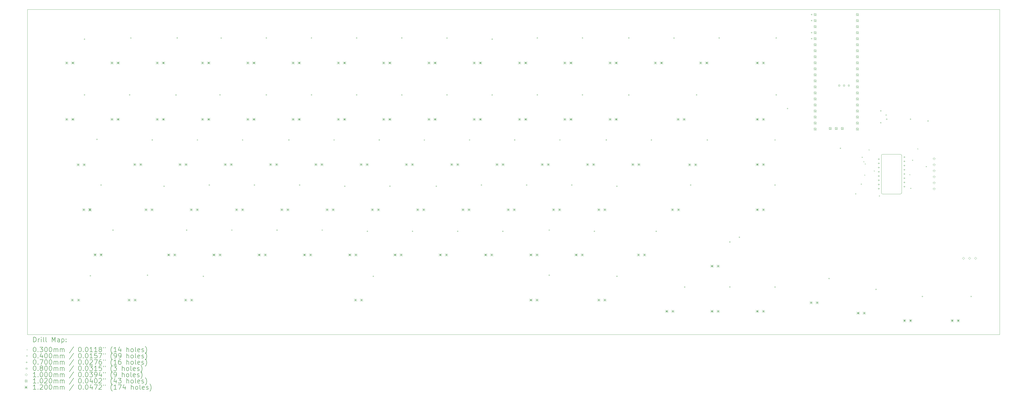
<source format=gbr>
%TF.GenerationSoftware,KiCad,Pcbnew,(6.0.10)*%
%TF.CreationDate,2023-01-18T21:24:10-08:00*%
%TF.ProjectId,OOTstag rev2,4f4f5473-7461-4672-9072-6576322e6b69,rev?*%
%TF.SameCoordinates,Original*%
%TF.FileFunction,Drillmap*%
%TF.FilePolarity,Positive*%
%FSLAX45Y45*%
G04 Gerber Fmt 4.5, Leading zero omitted, Abs format (unit mm)*
G04 Created by KiCad (PCBNEW (6.0.10)) date 2023-01-18 21:24:10*
%MOMM*%
%LPD*%
G01*
G04 APERTURE LIST*
%ADD10C,0.100000*%
%ADD11C,0.050000*%
%ADD12C,0.200000*%
%ADD13C,0.030000*%
%ADD14C,0.040000*%
%ADD15C,0.070000*%
%ADD16C,0.080000*%
%ADD17C,0.102000*%
%ADD18C,0.120000*%
G04 APERTURE END LIST*
D10*
X42694600Y-21739000D02*
G75*
G03*
X42744600Y-21789000I50000J0D01*
G01*
X43544600Y-20164000D02*
X43544600Y-21739000D01*
X42744600Y-20114000D02*
G75*
G03*
X42694600Y-20164000I0J-50000D01*
G01*
X42744600Y-21789000D02*
X43494600Y-21789000D01*
X42744600Y-20114000D02*
X43494600Y-20114000D01*
D11*
X6770000Y-14010000D02*
X47670000Y-14010000D01*
X47670000Y-14010000D02*
X47670000Y-27710000D01*
X47670000Y-27710000D02*
X6770000Y-27710000D01*
X6770000Y-27710000D02*
X6770000Y-14010000D01*
D10*
X43544600Y-20164000D02*
G75*
G03*
X43494600Y-20114000I-50000J0D01*
G01*
X42694600Y-21739000D02*
X42694600Y-20164000D01*
X43494600Y-21789000D02*
G75*
G03*
X43544600Y-21739000I0J50000D01*
G01*
D12*
D13*
X41598400Y-21765200D02*
X41628400Y-21795200D01*
X41628400Y-21765200D02*
X41598400Y-21795200D01*
X41831800Y-21351000D02*
X41861800Y-21381000D01*
X41861800Y-21351000D02*
X41831800Y-21381000D01*
X41868400Y-20220200D02*
X41898400Y-20250200D01*
X41898400Y-20220200D02*
X41868400Y-20250200D01*
X41938400Y-20410200D02*
X41968400Y-20440200D01*
X41968400Y-20410200D02*
X41938400Y-20440200D01*
X41978400Y-20970200D02*
X42008400Y-21000200D01*
X42008400Y-20970200D02*
X41978400Y-21000200D01*
X41998400Y-20500200D02*
X42028400Y-20530200D01*
X42028400Y-20500200D02*
X41998400Y-20530200D01*
X42158400Y-19910200D02*
X42188400Y-19940200D01*
X42188400Y-19910200D02*
X42158400Y-19940200D01*
X42378400Y-20800200D02*
X42408400Y-20830200D01*
X42408400Y-20800200D02*
X42378400Y-20830200D01*
X42589676Y-21851476D02*
X42619676Y-21881476D01*
X42619676Y-21851476D02*
X42589676Y-21881476D01*
X43873400Y-20955200D02*
X43903400Y-20985200D01*
X43903400Y-20955200D02*
X43873400Y-20985200D01*
X43914600Y-21528800D02*
X43944600Y-21558800D01*
X43944600Y-21528800D02*
X43914600Y-21558800D01*
X43988400Y-20345200D02*
X44018400Y-20375200D01*
X44018400Y-20345200D02*
X43988400Y-20375200D01*
X44208400Y-19865200D02*
X44238400Y-19895200D01*
X44238400Y-19865200D02*
X44208400Y-19895200D01*
X44563299Y-20614400D02*
X44593299Y-20644400D01*
X44593299Y-20614400D02*
X44563299Y-20644400D01*
D14*
X9190000Y-15260000D02*
G75*
G03*
X9190000Y-15260000I-20000J0D01*
G01*
X9190000Y-17610000D02*
G75*
G03*
X9190000Y-17610000I-20000J0D01*
G01*
X9437125Y-25239250D02*
G75*
G03*
X9437125Y-25239250I-20000J0D01*
G01*
X9715000Y-19485000D02*
G75*
G03*
X9715000Y-19485000I-20000J0D01*
G01*
X9890000Y-21410000D02*
G75*
G03*
X9890000Y-21410000I-20000J0D01*
G01*
X10390000Y-23310000D02*
G75*
G03*
X10390000Y-23310000I-20000J0D01*
G01*
X11090000Y-17610000D02*
G75*
G03*
X11090000Y-17610000I-20000J0D01*
G01*
X11140000Y-15210000D02*
G75*
G03*
X11140000Y-15210000I-20000J0D01*
G01*
X11840000Y-25210000D02*
G75*
G03*
X11840000Y-25210000I-20000J0D01*
G01*
X12040000Y-19510000D02*
G75*
G03*
X12040000Y-19510000I-20000J0D01*
G01*
X12540000Y-21460000D02*
G75*
G03*
X12540000Y-21460000I-20000J0D01*
G01*
X13040000Y-17610000D02*
G75*
G03*
X13040000Y-17610000I-20000J0D01*
G01*
X13090000Y-15210000D02*
G75*
G03*
X13090000Y-15210000I-20000J0D01*
G01*
X13490000Y-23310000D02*
G75*
G03*
X13490000Y-23310000I-20000J0D01*
G01*
X13940000Y-19510000D02*
G75*
G03*
X13940000Y-19510000I-20000J0D01*
G01*
X14190000Y-25260000D02*
G75*
G03*
X14190000Y-25260000I-20000J0D01*
G01*
X14440000Y-21410000D02*
G75*
G03*
X14440000Y-21410000I-20000J0D01*
G01*
X14890000Y-17610000D02*
G75*
G03*
X14890000Y-17610000I-20000J0D01*
G01*
X14940000Y-15210000D02*
G75*
G03*
X14940000Y-15210000I-20000J0D01*
G01*
X15390000Y-23310000D02*
G75*
G03*
X15390000Y-23310000I-20000J0D01*
G01*
X15840000Y-19510000D02*
G75*
G03*
X15840000Y-19510000I-20000J0D01*
G01*
X16340000Y-21410000D02*
G75*
G03*
X16340000Y-21410000I-20000J0D01*
G01*
X16840000Y-15210000D02*
G75*
G03*
X16840000Y-15210000I-20000J0D01*
G01*
X16840000Y-17610000D02*
G75*
G03*
X16840000Y-17610000I-20000J0D01*
G01*
X17290000Y-23310000D02*
G75*
G03*
X17290000Y-23310000I-20000J0D01*
G01*
X17790000Y-19510000D02*
G75*
G03*
X17790000Y-19510000I-20000J0D01*
G01*
X18240000Y-21410000D02*
G75*
G03*
X18240000Y-21410000I-20000J0D01*
G01*
X18740000Y-15210000D02*
G75*
G03*
X18740000Y-15210000I-20000J0D01*
G01*
X18740000Y-17610000D02*
G75*
G03*
X18740000Y-17610000I-20000J0D01*
G01*
X19190000Y-23310000D02*
G75*
G03*
X19190000Y-23310000I-20000J0D01*
G01*
X19690000Y-19510000D02*
G75*
G03*
X19690000Y-19510000I-20000J0D01*
G01*
X20140000Y-21460000D02*
G75*
G03*
X20140000Y-21460000I-20000J0D01*
G01*
X20640000Y-15210000D02*
G75*
G03*
X20640000Y-15210000I-20000J0D01*
G01*
X20640000Y-17610000D02*
G75*
G03*
X20640000Y-17610000I-20000J0D01*
G01*
X21090000Y-23360000D02*
G75*
G03*
X21090000Y-23360000I-20000J0D01*
G01*
X21340000Y-25260000D02*
G75*
G03*
X21340000Y-25260000I-20000J0D01*
G01*
X21590000Y-19510000D02*
G75*
G03*
X21590000Y-19510000I-20000J0D01*
G01*
X22040000Y-21460000D02*
G75*
G03*
X22040000Y-21460000I-20000J0D01*
G01*
X22540000Y-15210000D02*
G75*
G03*
X22540000Y-15210000I-20000J0D01*
G01*
X22540000Y-17610000D02*
G75*
G03*
X22540000Y-17610000I-20000J0D01*
G01*
X22990000Y-23360000D02*
G75*
G03*
X22990000Y-23360000I-20000J0D01*
G01*
X23490000Y-19510000D02*
G75*
G03*
X23490000Y-19510000I-20000J0D01*
G01*
X23990000Y-21460000D02*
G75*
G03*
X23990000Y-21460000I-20000J0D01*
G01*
X24440000Y-15210000D02*
G75*
G03*
X24440000Y-15210000I-20000J0D01*
G01*
X24440000Y-17610000D02*
G75*
G03*
X24440000Y-17610000I-20000J0D01*
G01*
X24890000Y-23360000D02*
G75*
G03*
X24890000Y-23360000I-20000J0D01*
G01*
X25390000Y-19510000D02*
G75*
G03*
X25390000Y-19510000I-20000J0D01*
G01*
X25890000Y-21410000D02*
G75*
G03*
X25890000Y-21410000I-20000J0D01*
G01*
X26340000Y-15260000D02*
G75*
G03*
X26340000Y-15260000I-20000J0D01*
G01*
X26340000Y-17610000D02*
G75*
G03*
X26340000Y-17610000I-20000J0D01*
G01*
X26790000Y-23360000D02*
G75*
G03*
X26790000Y-23360000I-20000J0D01*
G01*
X27290000Y-19510000D02*
G75*
G03*
X27290000Y-19510000I-20000J0D01*
G01*
X27790000Y-21410000D02*
G75*
G03*
X27790000Y-21410000I-20000J0D01*
G01*
X28240000Y-15210000D02*
G75*
G03*
X28240000Y-15210000I-20000J0D01*
G01*
X28240000Y-17610000D02*
G75*
G03*
X28240000Y-17610000I-20000J0D01*
G01*
X28740000Y-23310000D02*
G75*
G03*
X28740000Y-23310000I-20000J0D01*
G01*
X28740000Y-25210000D02*
G75*
G03*
X28740000Y-25210000I-20000J0D01*
G01*
X29190000Y-19510000D02*
G75*
G03*
X29190000Y-19510000I-20000J0D01*
G01*
X29690000Y-21410000D02*
G75*
G03*
X29690000Y-21410000I-20000J0D01*
G01*
X30140000Y-15210000D02*
G75*
G03*
X30140000Y-15210000I-20000J0D01*
G01*
X30140000Y-17610000D02*
G75*
G03*
X30140000Y-17610000I-20000J0D01*
G01*
X30640000Y-23360000D02*
G75*
G03*
X30640000Y-23360000I-20000J0D01*
G01*
X31140000Y-19510000D02*
G75*
G03*
X31140000Y-19510000I-20000J0D01*
G01*
X31590000Y-21460000D02*
G75*
G03*
X31590000Y-21460000I-20000J0D01*
G01*
X31590000Y-25260000D02*
G75*
G03*
X31590000Y-25260000I-20000J0D01*
G01*
X32090000Y-15210000D02*
G75*
G03*
X32090000Y-15210000I-20000J0D01*
G01*
X32090000Y-17610000D02*
G75*
G03*
X32090000Y-17610000I-20000J0D01*
G01*
X33040000Y-19510000D02*
G75*
G03*
X33040000Y-19510000I-20000J0D01*
G01*
X33240000Y-23360000D02*
G75*
G03*
X33240000Y-23360000I-20000J0D01*
G01*
X33990000Y-15210000D02*
G75*
G03*
X33990000Y-15210000I-20000J0D01*
G01*
X34440000Y-25710000D02*
G75*
G03*
X34440000Y-25710000I-20000J0D01*
G01*
X34690000Y-21410000D02*
G75*
G03*
X34690000Y-21410000I-20000J0D01*
G01*
X34940000Y-17610000D02*
G75*
G03*
X34940000Y-17610000I-20000J0D01*
G01*
X35390000Y-19510000D02*
G75*
G03*
X35390000Y-19510000I-20000J0D01*
G01*
X35890000Y-15210000D02*
G75*
G03*
X35890000Y-15210000I-20000J0D01*
G01*
X36340000Y-23810000D02*
G75*
G03*
X36340000Y-23810000I-20000J0D01*
G01*
X36340000Y-25710000D02*
G75*
G03*
X36340000Y-25710000I-20000J0D01*
G01*
X36740000Y-23610000D02*
G75*
G03*
X36740000Y-23610000I-20000J0D01*
G01*
X38240000Y-19510000D02*
G75*
G03*
X38240000Y-19510000I-20000J0D01*
G01*
X38240000Y-21410000D02*
G75*
G03*
X38240000Y-21410000I-20000J0D01*
G01*
X38240000Y-25710000D02*
G75*
G03*
X38240000Y-25710000I-20000J0D01*
G01*
X38290000Y-15210000D02*
G75*
G03*
X38290000Y-15210000I-20000J0D01*
G01*
X38290000Y-17610000D02*
G75*
G03*
X38290000Y-17610000I-20000J0D01*
G01*
X38765000Y-18185000D02*
G75*
G03*
X38765000Y-18185000I-20000J0D01*
G01*
X39781050Y-14222000D02*
G75*
G03*
X39781050Y-14222000I-20000J0D01*
G01*
X39781050Y-14476000D02*
G75*
G03*
X39781050Y-14476000I-20000J0D01*
G01*
X39781050Y-14984000D02*
G75*
G03*
X39781050Y-14984000I-20000J0D01*
G01*
X39781050Y-15238000D02*
G75*
G03*
X39781050Y-15238000I-20000J0D01*
G01*
X40512460Y-25352000D02*
G75*
G03*
X40512460Y-25352000I-20000J0D01*
G01*
X40990000Y-19860000D02*
G75*
G03*
X40990000Y-19860000I-20000J0D01*
G01*
X42490000Y-25810000D02*
G75*
G03*
X42490000Y-25810000I-20000J0D01*
G01*
X42690000Y-18285000D02*
G75*
G03*
X42690000Y-18285000I-20000J0D01*
G01*
X42690000Y-18785000D02*
G75*
G03*
X42690000Y-18785000I-20000J0D01*
G01*
X42915000Y-18460000D02*
G75*
G03*
X42915000Y-18460000I-20000J0D01*
G01*
X42940000Y-18635000D02*
G75*
G03*
X42940000Y-18635000I-20000J0D01*
G01*
X43940000Y-18635000D02*
G75*
G03*
X43940000Y-18635000I-20000J0D01*
G01*
X44440000Y-26110000D02*
G75*
G03*
X44440000Y-26110000I-20000J0D01*
G01*
X44677500Y-18710000D02*
G75*
G03*
X44677500Y-18710000I-20000J0D01*
G01*
X46490000Y-26110000D02*
G75*
G03*
X46490000Y-26110000I-20000J0D01*
G01*
D15*
X42584500Y-20281000D02*
X42584500Y-20351000D01*
X42549500Y-20316000D02*
X42619500Y-20316000D01*
X42584500Y-20459000D02*
X42584500Y-20529000D01*
X42549500Y-20494000D02*
X42619500Y-20494000D01*
X42584500Y-20637000D02*
X42584500Y-20707000D01*
X42549500Y-20672000D02*
X42619500Y-20672000D01*
X42584500Y-20815000D02*
X42584500Y-20885000D01*
X42549500Y-20850000D02*
X42619500Y-20850000D01*
X42584500Y-20993000D02*
X42584500Y-21063000D01*
X42549500Y-21028000D02*
X42619500Y-21028000D01*
X42584500Y-21171000D02*
X42584500Y-21241000D01*
X42549500Y-21206000D02*
X42619500Y-21206000D01*
X42584500Y-21349000D02*
X42584500Y-21419000D01*
X42549500Y-21384000D02*
X42619500Y-21384000D01*
X42584500Y-21527000D02*
X42584500Y-21597000D01*
X42549500Y-21562000D02*
X42619500Y-21562000D01*
X43654500Y-20192000D02*
X43654500Y-20262000D01*
X43619500Y-20227000D02*
X43689500Y-20227000D01*
X43654500Y-20370000D02*
X43654500Y-20440000D01*
X43619500Y-20405000D02*
X43689500Y-20405000D01*
X43654500Y-20548000D02*
X43654500Y-20618000D01*
X43619500Y-20583000D02*
X43689500Y-20583000D01*
X43654500Y-20726000D02*
X43654500Y-20796000D01*
X43619500Y-20761000D02*
X43689500Y-20761000D01*
X43654500Y-20904000D02*
X43654500Y-20974000D01*
X43619500Y-20939000D02*
X43689500Y-20939000D01*
X43654500Y-21082000D02*
X43654500Y-21152000D01*
X43619500Y-21117000D02*
X43689500Y-21117000D01*
X43654500Y-21260000D02*
X43654500Y-21330000D01*
X43619500Y-21295000D02*
X43689500Y-21295000D01*
X43654500Y-21438000D02*
X43654500Y-21508000D01*
X43619500Y-21473000D02*
X43689500Y-21473000D01*
D16*
X40948285Y-17238285D02*
X40948285Y-17181716D01*
X40891716Y-17181716D01*
X40891716Y-17238285D01*
X40948285Y-17238285D01*
X41148285Y-17238285D02*
X41148285Y-17181716D01*
X41091716Y-17181716D01*
X41091716Y-17238285D01*
X41148285Y-17238285D01*
X41348285Y-17238285D02*
X41348285Y-17181716D01*
X41291716Y-17181716D01*
X41291716Y-17238285D01*
X41348285Y-17238285D01*
D10*
X44910900Y-20350200D02*
X44960900Y-20300200D01*
X44910900Y-20250200D01*
X44860900Y-20300200D01*
X44910900Y-20350200D01*
X44910900Y-20604200D02*
X44960900Y-20554200D01*
X44910900Y-20504200D01*
X44860900Y-20554200D01*
X44910900Y-20604200D01*
X44910900Y-20858200D02*
X44960900Y-20808200D01*
X44910900Y-20758200D01*
X44860900Y-20808200D01*
X44910900Y-20858200D01*
X44910900Y-21112200D02*
X44960900Y-21062200D01*
X44910900Y-21012200D01*
X44860900Y-21062200D01*
X44910900Y-21112200D01*
X44910900Y-21366200D02*
X44960900Y-21316200D01*
X44910900Y-21266200D01*
X44860900Y-21316200D01*
X44910900Y-21366200D01*
X44910900Y-21620200D02*
X44960900Y-21570200D01*
X44910900Y-21520200D01*
X44860900Y-21570200D01*
X44910900Y-21620200D01*
X46145701Y-24548301D02*
X46195701Y-24498301D01*
X46145701Y-24448301D01*
X46095701Y-24498301D01*
X46145701Y-24548301D01*
X46399701Y-24548301D02*
X46449701Y-24498301D01*
X46399701Y-24448301D01*
X46349701Y-24498301D01*
X46399701Y-24548301D01*
X46653701Y-24548301D02*
X46703701Y-24498301D01*
X46653701Y-24448301D01*
X46603701Y-24498301D01*
X46653701Y-24548301D01*
D17*
X39855000Y-14171000D02*
X39957000Y-14273000D01*
X39957000Y-14171000D02*
X39855000Y-14273000D01*
X39957000Y-14222000D02*
G75*
G03*
X39957000Y-14222000I-51000J0D01*
G01*
X39855000Y-14425000D02*
X39957000Y-14527000D01*
X39957000Y-14425000D02*
X39855000Y-14527000D01*
X39957000Y-14476000D02*
G75*
G03*
X39957000Y-14476000I-51000J0D01*
G01*
X39855000Y-14679000D02*
X39957000Y-14781000D01*
X39957000Y-14679000D02*
X39855000Y-14781000D01*
X39957000Y-14730000D02*
G75*
G03*
X39957000Y-14730000I-51000J0D01*
G01*
X39855000Y-14933000D02*
X39957000Y-15035000D01*
X39957000Y-14933000D02*
X39855000Y-15035000D01*
X39957000Y-14984000D02*
G75*
G03*
X39957000Y-14984000I-51000J0D01*
G01*
X39855000Y-15187000D02*
X39957000Y-15289000D01*
X39957000Y-15187000D02*
X39855000Y-15289000D01*
X39957000Y-15238000D02*
G75*
G03*
X39957000Y-15238000I-51000J0D01*
G01*
X39855000Y-15441000D02*
X39957000Y-15543000D01*
X39957000Y-15441000D02*
X39855000Y-15543000D01*
X39957000Y-15492000D02*
G75*
G03*
X39957000Y-15492000I-51000J0D01*
G01*
X39855000Y-15695000D02*
X39957000Y-15797000D01*
X39957000Y-15695000D02*
X39855000Y-15797000D01*
X39957000Y-15746000D02*
G75*
G03*
X39957000Y-15746000I-51000J0D01*
G01*
X39855000Y-15949000D02*
X39957000Y-16051000D01*
X39957000Y-15949000D02*
X39855000Y-16051000D01*
X39957000Y-16000000D02*
G75*
G03*
X39957000Y-16000000I-51000J0D01*
G01*
X39855000Y-16203000D02*
X39957000Y-16305000D01*
X39957000Y-16203000D02*
X39855000Y-16305000D01*
X39957000Y-16254000D02*
G75*
G03*
X39957000Y-16254000I-51000J0D01*
G01*
X39855000Y-16457000D02*
X39957000Y-16559000D01*
X39957000Y-16457000D02*
X39855000Y-16559000D01*
X39957000Y-16508000D02*
G75*
G03*
X39957000Y-16508000I-51000J0D01*
G01*
X39855000Y-16711000D02*
X39957000Y-16813000D01*
X39957000Y-16711000D02*
X39855000Y-16813000D01*
X39957000Y-16762000D02*
G75*
G03*
X39957000Y-16762000I-51000J0D01*
G01*
X39855000Y-16965000D02*
X39957000Y-17067000D01*
X39957000Y-16965000D02*
X39855000Y-17067000D01*
X39957000Y-17016000D02*
G75*
G03*
X39957000Y-17016000I-51000J0D01*
G01*
X39855000Y-17219000D02*
X39957000Y-17321000D01*
X39957000Y-17219000D02*
X39855000Y-17321000D01*
X39957000Y-17270000D02*
G75*
G03*
X39957000Y-17270000I-51000J0D01*
G01*
X39855000Y-17473000D02*
X39957000Y-17575000D01*
X39957000Y-17473000D02*
X39855000Y-17575000D01*
X39957000Y-17524000D02*
G75*
G03*
X39957000Y-17524000I-51000J0D01*
G01*
X39855000Y-17727000D02*
X39957000Y-17829000D01*
X39957000Y-17727000D02*
X39855000Y-17829000D01*
X39957000Y-17778000D02*
G75*
G03*
X39957000Y-17778000I-51000J0D01*
G01*
X39855000Y-17981000D02*
X39957000Y-18083000D01*
X39957000Y-17981000D02*
X39855000Y-18083000D01*
X39957000Y-18032000D02*
G75*
G03*
X39957000Y-18032000I-51000J0D01*
G01*
X39855000Y-18235000D02*
X39957000Y-18337000D01*
X39957000Y-18235000D02*
X39855000Y-18337000D01*
X39957000Y-18286000D02*
G75*
G03*
X39957000Y-18286000I-51000J0D01*
G01*
X39855000Y-18489000D02*
X39957000Y-18591000D01*
X39957000Y-18489000D02*
X39855000Y-18591000D01*
X39957000Y-18540000D02*
G75*
G03*
X39957000Y-18540000I-51000J0D01*
G01*
X39855000Y-18743000D02*
X39957000Y-18845000D01*
X39957000Y-18743000D02*
X39855000Y-18845000D01*
X39957000Y-18794000D02*
G75*
G03*
X39957000Y-18794000I-51000J0D01*
G01*
X39855000Y-18997000D02*
X39957000Y-19099000D01*
X39957000Y-18997000D02*
X39855000Y-19099000D01*
X39957000Y-19048000D02*
G75*
G03*
X39957000Y-19048000I-51000J0D01*
G01*
X40490000Y-18974000D02*
X40592000Y-19076000D01*
X40592000Y-18974000D02*
X40490000Y-19076000D01*
X40592000Y-19025000D02*
G75*
G03*
X40592000Y-19025000I-51000J0D01*
G01*
X40744000Y-18974000D02*
X40846000Y-19076000D01*
X40846000Y-18974000D02*
X40744000Y-19076000D01*
X40846000Y-19025000D02*
G75*
G03*
X40846000Y-19025000I-51000J0D01*
G01*
X40998000Y-18974000D02*
X41100000Y-19076000D01*
X41100000Y-18974000D02*
X40998000Y-19076000D01*
X41100000Y-19025000D02*
G75*
G03*
X41100000Y-19025000I-51000J0D01*
G01*
X41633000Y-14171000D02*
X41735000Y-14273000D01*
X41735000Y-14171000D02*
X41633000Y-14273000D01*
X41735000Y-14222000D02*
G75*
G03*
X41735000Y-14222000I-51000J0D01*
G01*
X41633000Y-14425000D02*
X41735000Y-14527000D01*
X41735000Y-14425000D02*
X41633000Y-14527000D01*
X41735000Y-14476000D02*
G75*
G03*
X41735000Y-14476000I-51000J0D01*
G01*
X41633000Y-14679000D02*
X41735000Y-14781000D01*
X41735000Y-14679000D02*
X41633000Y-14781000D01*
X41735000Y-14730000D02*
G75*
G03*
X41735000Y-14730000I-51000J0D01*
G01*
X41633000Y-14933000D02*
X41735000Y-15035000D01*
X41735000Y-14933000D02*
X41633000Y-15035000D01*
X41735000Y-14984000D02*
G75*
G03*
X41735000Y-14984000I-51000J0D01*
G01*
X41633000Y-15187000D02*
X41735000Y-15289000D01*
X41735000Y-15187000D02*
X41633000Y-15289000D01*
X41735000Y-15238000D02*
G75*
G03*
X41735000Y-15238000I-51000J0D01*
G01*
X41633000Y-15441000D02*
X41735000Y-15543000D01*
X41735000Y-15441000D02*
X41633000Y-15543000D01*
X41735000Y-15492000D02*
G75*
G03*
X41735000Y-15492000I-51000J0D01*
G01*
X41633000Y-15695000D02*
X41735000Y-15797000D01*
X41735000Y-15695000D02*
X41633000Y-15797000D01*
X41735000Y-15746000D02*
G75*
G03*
X41735000Y-15746000I-51000J0D01*
G01*
X41633000Y-15949000D02*
X41735000Y-16051000D01*
X41735000Y-15949000D02*
X41633000Y-16051000D01*
X41735000Y-16000000D02*
G75*
G03*
X41735000Y-16000000I-51000J0D01*
G01*
X41633000Y-16203000D02*
X41735000Y-16305000D01*
X41735000Y-16203000D02*
X41633000Y-16305000D01*
X41735000Y-16254000D02*
G75*
G03*
X41735000Y-16254000I-51000J0D01*
G01*
X41633000Y-16457000D02*
X41735000Y-16559000D01*
X41735000Y-16457000D02*
X41633000Y-16559000D01*
X41735000Y-16508000D02*
G75*
G03*
X41735000Y-16508000I-51000J0D01*
G01*
X41633000Y-16711000D02*
X41735000Y-16813000D01*
X41735000Y-16711000D02*
X41633000Y-16813000D01*
X41735000Y-16762000D02*
G75*
G03*
X41735000Y-16762000I-51000J0D01*
G01*
X41633000Y-16965000D02*
X41735000Y-17067000D01*
X41735000Y-16965000D02*
X41633000Y-17067000D01*
X41735000Y-17016000D02*
G75*
G03*
X41735000Y-17016000I-51000J0D01*
G01*
X41633000Y-17219000D02*
X41735000Y-17321000D01*
X41735000Y-17219000D02*
X41633000Y-17321000D01*
X41735000Y-17270000D02*
G75*
G03*
X41735000Y-17270000I-51000J0D01*
G01*
X41633000Y-17473000D02*
X41735000Y-17575000D01*
X41735000Y-17473000D02*
X41633000Y-17575000D01*
X41735000Y-17524000D02*
G75*
G03*
X41735000Y-17524000I-51000J0D01*
G01*
X41633000Y-17727000D02*
X41735000Y-17829000D01*
X41735000Y-17727000D02*
X41633000Y-17829000D01*
X41735000Y-17778000D02*
G75*
G03*
X41735000Y-17778000I-51000J0D01*
G01*
X41633000Y-17981000D02*
X41735000Y-18083000D01*
X41735000Y-17981000D02*
X41633000Y-18083000D01*
X41735000Y-18032000D02*
G75*
G03*
X41735000Y-18032000I-51000J0D01*
G01*
X41633000Y-18235000D02*
X41735000Y-18337000D01*
X41735000Y-18235000D02*
X41633000Y-18337000D01*
X41735000Y-18286000D02*
G75*
G03*
X41735000Y-18286000I-51000J0D01*
G01*
X41633000Y-18489000D02*
X41735000Y-18591000D01*
X41735000Y-18489000D02*
X41633000Y-18591000D01*
X41735000Y-18540000D02*
G75*
G03*
X41735000Y-18540000I-51000J0D01*
G01*
X41633000Y-18743000D02*
X41735000Y-18845000D01*
X41735000Y-18743000D02*
X41633000Y-18845000D01*
X41735000Y-18794000D02*
G75*
G03*
X41735000Y-18794000I-51000J0D01*
G01*
X41633000Y-18997000D02*
X41735000Y-19099000D01*
X41735000Y-18997000D02*
X41633000Y-19099000D01*
X41735000Y-19048000D02*
G75*
G03*
X41735000Y-19048000I-51000J0D01*
G01*
D18*
X8360460Y-16196540D02*
X8480460Y-16316540D01*
X8480460Y-16196540D02*
X8360460Y-16316540D01*
X8420460Y-16196540D02*
X8420460Y-16316540D01*
X8360460Y-16256540D02*
X8480460Y-16256540D01*
X8360460Y-18577790D02*
X8480460Y-18697790D01*
X8480460Y-18577790D02*
X8360460Y-18697790D01*
X8420460Y-18577790D02*
X8420460Y-18697790D01*
X8360460Y-18637790D02*
X8480460Y-18637790D01*
X8598585Y-26197790D02*
X8718585Y-26317790D01*
X8718585Y-26197790D02*
X8598585Y-26317790D01*
X8658585Y-26197790D02*
X8658585Y-26317790D01*
X8598585Y-26257790D02*
X8718585Y-26257790D01*
X8617000Y-16196540D02*
X8737000Y-16316540D01*
X8737000Y-16196540D02*
X8617000Y-16316540D01*
X8677000Y-16196540D02*
X8677000Y-16316540D01*
X8617000Y-16256540D02*
X8737000Y-16256540D01*
X8617000Y-18577790D02*
X8737000Y-18697790D01*
X8737000Y-18577790D02*
X8617000Y-18697790D01*
X8677000Y-18577790D02*
X8677000Y-18697790D01*
X8617000Y-18637790D02*
X8737000Y-18637790D01*
X8840490Y-20487360D02*
X8960490Y-20607360D01*
X8960490Y-20487360D02*
X8840490Y-20607360D01*
X8900490Y-20487360D02*
X8900490Y-20607360D01*
X8840490Y-20547360D02*
X8960490Y-20547360D01*
X8855125Y-26197790D02*
X8975125Y-26317790D01*
X8975125Y-26197790D02*
X8855125Y-26317790D01*
X8915125Y-26197790D02*
X8915125Y-26317790D01*
X8855125Y-26257790D02*
X8975125Y-26257790D01*
X9074835Y-22387790D02*
X9194835Y-22507790D01*
X9194835Y-22387790D02*
X9074835Y-22507790D01*
X9134835Y-22387790D02*
X9134835Y-22507790D01*
X9074835Y-22447790D02*
X9194835Y-22447790D01*
X9080490Y-22387360D02*
X9200490Y-22507360D01*
X9200490Y-22387360D02*
X9080490Y-22507360D01*
X9140490Y-22387360D02*
X9140490Y-22507360D01*
X9080490Y-22447360D02*
X9200490Y-22447360D01*
X9097030Y-20487360D02*
X9217030Y-20607360D01*
X9217030Y-20487360D02*
X9097030Y-20607360D01*
X9157030Y-20487360D02*
X9157030Y-20607360D01*
X9097030Y-20547360D02*
X9217030Y-20547360D01*
X9331375Y-22387790D02*
X9451375Y-22507790D01*
X9451375Y-22387790D02*
X9331375Y-22507790D01*
X9391375Y-22387790D02*
X9391375Y-22507790D01*
X9331375Y-22447790D02*
X9451375Y-22447790D01*
X9337030Y-22387360D02*
X9457030Y-22507360D01*
X9457030Y-22387360D02*
X9337030Y-22507360D01*
X9397030Y-22387360D02*
X9397030Y-22507360D01*
X9337030Y-22447360D02*
X9457030Y-22447360D01*
X9550490Y-24287360D02*
X9670490Y-24407360D01*
X9670490Y-24287360D02*
X9550490Y-24407360D01*
X9610490Y-24287360D02*
X9610490Y-24407360D01*
X9550490Y-24347360D02*
X9670490Y-24347360D01*
X9807030Y-24287360D02*
X9927030Y-24407360D01*
X9927030Y-24287360D02*
X9807030Y-24407360D01*
X9867030Y-24287360D02*
X9867030Y-24407360D01*
X9807030Y-24347360D02*
X9927030Y-24347360D01*
X10265460Y-16196540D02*
X10385460Y-16316540D01*
X10385460Y-16196540D02*
X10265460Y-16316540D01*
X10325460Y-16196540D02*
X10325460Y-16316540D01*
X10265460Y-16256540D02*
X10385460Y-16256540D01*
X10265460Y-18577790D02*
X10385460Y-18697790D01*
X10385460Y-18577790D02*
X10265460Y-18697790D01*
X10325460Y-18577790D02*
X10325460Y-18697790D01*
X10265460Y-18637790D02*
X10385460Y-18637790D01*
X10522000Y-16196540D02*
X10642000Y-16316540D01*
X10642000Y-16196540D02*
X10522000Y-16316540D01*
X10582000Y-16196540D02*
X10582000Y-16316540D01*
X10522000Y-16256540D02*
X10642000Y-16256540D01*
X10522000Y-18577790D02*
X10642000Y-18697790D01*
X10642000Y-18577790D02*
X10522000Y-18697790D01*
X10582000Y-18577790D02*
X10582000Y-18697790D01*
X10522000Y-18637790D02*
X10642000Y-18637790D01*
X10979835Y-26197790D02*
X11099835Y-26317790D01*
X11099835Y-26197790D02*
X10979835Y-26317790D01*
X11039835Y-26197790D02*
X11039835Y-26317790D01*
X10979835Y-26257790D02*
X11099835Y-26257790D01*
X11217960Y-20482790D02*
X11337960Y-20602790D01*
X11337960Y-20482790D02*
X11217960Y-20602790D01*
X11277960Y-20482790D02*
X11277960Y-20602790D01*
X11217960Y-20542790D02*
X11337960Y-20542790D01*
X11236375Y-26197790D02*
X11356375Y-26317790D01*
X11356375Y-26197790D02*
X11236375Y-26317790D01*
X11296375Y-26197790D02*
X11296375Y-26317790D01*
X11236375Y-26257790D02*
X11356375Y-26257790D01*
X11474500Y-20482790D02*
X11594500Y-20602790D01*
X11594500Y-20482790D02*
X11474500Y-20602790D01*
X11534500Y-20482790D02*
X11534500Y-20602790D01*
X11474500Y-20542790D02*
X11594500Y-20542790D01*
X11694210Y-22387790D02*
X11814210Y-22507790D01*
X11814210Y-22387790D02*
X11694210Y-22507790D01*
X11754210Y-22387790D02*
X11754210Y-22507790D01*
X11694210Y-22447790D02*
X11814210Y-22447790D01*
X11950750Y-22387790D02*
X12070750Y-22507790D01*
X12070750Y-22387790D02*
X11950750Y-22507790D01*
X12010750Y-22387790D02*
X12010750Y-22507790D01*
X11950750Y-22447790D02*
X12070750Y-22447790D01*
X12170460Y-16196540D02*
X12290460Y-16316540D01*
X12290460Y-16196540D02*
X12170460Y-16316540D01*
X12230460Y-16196540D02*
X12230460Y-16316540D01*
X12170460Y-16256540D02*
X12290460Y-16256540D01*
X12170460Y-18577790D02*
X12290460Y-18697790D01*
X12290460Y-18577790D02*
X12170460Y-18697790D01*
X12230460Y-18577790D02*
X12230460Y-18697790D01*
X12170460Y-18637790D02*
X12290460Y-18637790D01*
X12427000Y-16196540D02*
X12547000Y-16316540D01*
X12547000Y-16196540D02*
X12427000Y-16316540D01*
X12487000Y-16196540D02*
X12487000Y-16316540D01*
X12427000Y-16256540D02*
X12547000Y-16256540D01*
X12427000Y-18577790D02*
X12547000Y-18697790D01*
X12547000Y-18577790D02*
X12427000Y-18697790D01*
X12487000Y-18577790D02*
X12487000Y-18697790D01*
X12427000Y-18637790D02*
X12547000Y-18637790D01*
X12646710Y-24292790D02*
X12766710Y-24412790D01*
X12766710Y-24292790D02*
X12646710Y-24412790D01*
X12706710Y-24292790D02*
X12706710Y-24412790D01*
X12646710Y-24352790D02*
X12766710Y-24352790D01*
X12903250Y-24292790D02*
X13023250Y-24412790D01*
X13023250Y-24292790D02*
X12903250Y-24412790D01*
X12963250Y-24292790D02*
X12963250Y-24412790D01*
X12903250Y-24352790D02*
X13023250Y-24352790D01*
X13122960Y-20482790D02*
X13242960Y-20602790D01*
X13242960Y-20482790D02*
X13122960Y-20602790D01*
X13182960Y-20482790D02*
X13182960Y-20602790D01*
X13122960Y-20542790D02*
X13242960Y-20542790D01*
X13361085Y-26197790D02*
X13481085Y-26317790D01*
X13481085Y-26197790D02*
X13361085Y-26317790D01*
X13421085Y-26197790D02*
X13421085Y-26317790D01*
X13361085Y-26257790D02*
X13481085Y-26257790D01*
X13379500Y-20482790D02*
X13499500Y-20602790D01*
X13499500Y-20482790D02*
X13379500Y-20602790D01*
X13439500Y-20482790D02*
X13439500Y-20602790D01*
X13379500Y-20542790D02*
X13499500Y-20542790D01*
X13599210Y-22387790D02*
X13719210Y-22507790D01*
X13719210Y-22387790D02*
X13599210Y-22507790D01*
X13659210Y-22387790D02*
X13659210Y-22507790D01*
X13599210Y-22447790D02*
X13719210Y-22447790D01*
X13617625Y-26197790D02*
X13737625Y-26317790D01*
X13737625Y-26197790D02*
X13617625Y-26317790D01*
X13677625Y-26197790D02*
X13677625Y-26317790D01*
X13617625Y-26257790D02*
X13737625Y-26257790D01*
X13855750Y-22387790D02*
X13975750Y-22507790D01*
X13975750Y-22387790D02*
X13855750Y-22507790D01*
X13915750Y-22387790D02*
X13915750Y-22507790D01*
X13855750Y-22447790D02*
X13975750Y-22447790D01*
X14075460Y-16196540D02*
X14195460Y-16316540D01*
X14195460Y-16196540D02*
X14075460Y-16316540D01*
X14135460Y-16196540D02*
X14135460Y-16316540D01*
X14075460Y-16256540D02*
X14195460Y-16256540D01*
X14075460Y-18577790D02*
X14195460Y-18697790D01*
X14195460Y-18577790D02*
X14075460Y-18697790D01*
X14135460Y-18577790D02*
X14135460Y-18697790D01*
X14075460Y-18637790D02*
X14195460Y-18637790D01*
X14332000Y-16196540D02*
X14452000Y-16316540D01*
X14452000Y-16196540D02*
X14332000Y-16316540D01*
X14392000Y-16196540D02*
X14392000Y-16316540D01*
X14332000Y-16256540D02*
X14452000Y-16256540D01*
X14332000Y-18577790D02*
X14452000Y-18697790D01*
X14452000Y-18577790D02*
X14332000Y-18697790D01*
X14392000Y-18577790D02*
X14392000Y-18697790D01*
X14332000Y-18637790D02*
X14452000Y-18637790D01*
X14551710Y-24292790D02*
X14671710Y-24412790D01*
X14671710Y-24292790D02*
X14551710Y-24412790D01*
X14611710Y-24292790D02*
X14611710Y-24412790D01*
X14551710Y-24352790D02*
X14671710Y-24352790D01*
X14808250Y-24292790D02*
X14928250Y-24412790D01*
X14928250Y-24292790D02*
X14808250Y-24412790D01*
X14868250Y-24292790D02*
X14868250Y-24412790D01*
X14808250Y-24352790D02*
X14928250Y-24352790D01*
X15027960Y-20482790D02*
X15147960Y-20602790D01*
X15147960Y-20482790D02*
X15027960Y-20602790D01*
X15087960Y-20482790D02*
X15087960Y-20602790D01*
X15027960Y-20542790D02*
X15147960Y-20542790D01*
X15284500Y-20482790D02*
X15404500Y-20602790D01*
X15404500Y-20482790D02*
X15284500Y-20602790D01*
X15344500Y-20482790D02*
X15344500Y-20602790D01*
X15284500Y-20542790D02*
X15404500Y-20542790D01*
X15504210Y-22387790D02*
X15624210Y-22507790D01*
X15624210Y-22387790D02*
X15504210Y-22507790D01*
X15564210Y-22387790D02*
X15564210Y-22507790D01*
X15504210Y-22447790D02*
X15624210Y-22447790D01*
X15760750Y-22387790D02*
X15880750Y-22507790D01*
X15880750Y-22387790D02*
X15760750Y-22507790D01*
X15820750Y-22387790D02*
X15820750Y-22507790D01*
X15760750Y-22447790D02*
X15880750Y-22447790D01*
X15980460Y-16196540D02*
X16100460Y-16316540D01*
X16100460Y-16196540D02*
X15980460Y-16316540D01*
X16040460Y-16196540D02*
X16040460Y-16316540D01*
X15980460Y-16256540D02*
X16100460Y-16256540D01*
X15980460Y-18577790D02*
X16100460Y-18697790D01*
X16100460Y-18577790D02*
X15980460Y-18697790D01*
X16040460Y-18577790D02*
X16040460Y-18697790D01*
X15980460Y-18637790D02*
X16100460Y-18637790D01*
X16237000Y-16196540D02*
X16357000Y-16316540D01*
X16357000Y-16196540D02*
X16237000Y-16316540D01*
X16297000Y-16196540D02*
X16297000Y-16316540D01*
X16237000Y-16256540D02*
X16357000Y-16256540D01*
X16237000Y-18577790D02*
X16357000Y-18697790D01*
X16357000Y-18577790D02*
X16237000Y-18697790D01*
X16297000Y-18577790D02*
X16297000Y-18697790D01*
X16237000Y-18637790D02*
X16357000Y-18637790D01*
X16456710Y-24292790D02*
X16576710Y-24412790D01*
X16576710Y-24292790D02*
X16456710Y-24412790D01*
X16516710Y-24292790D02*
X16516710Y-24412790D01*
X16456710Y-24352790D02*
X16576710Y-24352790D01*
X16713250Y-24292790D02*
X16833250Y-24412790D01*
X16833250Y-24292790D02*
X16713250Y-24412790D01*
X16773250Y-24292790D02*
X16773250Y-24412790D01*
X16713250Y-24352790D02*
X16833250Y-24352790D01*
X16932960Y-20482790D02*
X17052960Y-20602790D01*
X17052960Y-20482790D02*
X16932960Y-20602790D01*
X16992960Y-20482790D02*
X16992960Y-20602790D01*
X16932960Y-20542790D02*
X17052960Y-20542790D01*
X17189500Y-20482790D02*
X17309500Y-20602790D01*
X17309500Y-20482790D02*
X17189500Y-20602790D01*
X17249500Y-20482790D02*
X17249500Y-20602790D01*
X17189500Y-20542790D02*
X17309500Y-20542790D01*
X17409210Y-22387790D02*
X17529210Y-22507790D01*
X17529210Y-22387790D02*
X17409210Y-22507790D01*
X17469210Y-22387790D02*
X17469210Y-22507790D01*
X17409210Y-22447790D02*
X17529210Y-22447790D01*
X17665750Y-22387790D02*
X17785750Y-22507790D01*
X17785750Y-22387790D02*
X17665750Y-22507790D01*
X17725750Y-22387790D02*
X17725750Y-22507790D01*
X17665750Y-22447790D02*
X17785750Y-22447790D01*
X17885460Y-16196540D02*
X18005460Y-16316540D01*
X18005460Y-16196540D02*
X17885460Y-16316540D01*
X17945460Y-16196540D02*
X17945460Y-16316540D01*
X17885460Y-16256540D02*
X18005460Y-16256540D01*
X17885460Y-18577790D02*
X18005460Y-18697790D01*
X18005460Y-18577790D02*
X17885460Y-18697790D01*
X17945460Y-18577790D02*
X17945460Y-18697790D01*
X17885460Y-18637790D02*
X18005460Y-18637790D01*
X18142000Y-16196540D02*
X18262000Y-16316540D01*
X18262000Y-16196540D02*
X18142000Y-16316540D01*
X18202000Y-16196540D02*
X18202000Y-16316540D01*
X18142000Y-16256540D02*
X18262000Y-16256540D01*
X18142000Y-18577790D02*
X18262000Y-18697790D01*
X18262000Y-18577790D02*
X18142000Y-18697790D01*
X18202000Y-18577790D02*
X18202000Y-18697790D01*
X18142000Y-18637790D02*
X18262000Y-18637790D01*
X18361710Y-24292790D02*
X18481710Y-24412790D01*
X18481710Y-24292790D02*
X18361710Y-24412790D01*
X18421710Y-24292790D02*
X18421710Y-24412790D01*
X18361710Y-24352790D02*
X18481710Y-24352790D01*
X18618250Y-24292790D02*
X18738250Y-24412790D01*
X18738250Y-24292790D02*
X18618250Y-24412790D01*
X18678250Y-24292790D02*
X18678250Y-24412790D01*
X18618250Y-24352790D02*
X18738250Y-24352790D01*
X18837960Y-20482790D02*
X18957960Y-20602790D01*
X18957960Y-20482790D02*
X18837960Y-20602790D01*
X18897960Y-20482790D02*
X18897960Y-20602790D01*
X18837960Y-20542790D02*
X18957960Y-20542790D01*
X19094500Y-20482790D02*
X19214500Y-20602790D01*
X19214500Y-20482790D02*
X19094500Y-20602790D01*
X19154500Y-20482790D02*
X19154500Y-20602790D01*
X19094500Y-20542790D02*
X19214500Y-20542790D01*
X19314210Y-22387790D02*
X19434210Y-22507790D01*
X19434210Y-22387790D02*
X19314210Y-22507790D01*
X19374210Y-22387790D02*
X19374210Y-22507790D01*
X19314210Y-22447790D02*
X19434210Y-22447790D01*
X19570750Y-22387790D02*
X19690750Y-22507790D01*
X19690750Y-22387790D02*
X19570750Y-22507790D01*
X19630750Y-22387790D02*
X19630750Y-22507790D01*
X19570750Y-22447790D02*
X19690750Y-22447790D01*
X19790460Y-16196540D02*
X19910460Y-16316540D01*
X19910460Y-16196540D02*
X19790460Y-16316540D01*
X19850460Y-16196540D02*
X19850460Y-16316540D01*
X19790460Y-16256540D02*
X19910460Y-16256540D01*
X19790460Y-18577790D02*
X19910460Y-18697790D01*
X19910460Y-18577790D02*
X19790460Y-18697790D01*
X19850460Y-18577790D02*
X19850460Y-18697790D01*
X19790460Y-18637790D02*
X19910460Y-18637790D01*
X20047000Y-16196540D02*
X20167000Y-16316540D01*
X20167000Y-16196540D02*
X20047000Y-16316540D01*
X20107000Y-16196540D02*
X20107000Y-16316540D01*
X20047000Y-16256540D02*
X20167000Y-16256540D01*
X20047000Y-18577790D02*
X20167000Y-18697790D01*
X20167000Y-18577790D02*
X20047000Y-18697790D01*
X20107000Y-18577790D02*
X20107000Y-18697790D01*
X20047000Y-18637790D02*
X20167000Y-18637790D01*
X20266710Y-24292790D02*
X20386710Y-24412790D01*
X20386710Y-24292790D02*
X20266710Y-24412790D01*
X20326710Y-24292790D02*
X20326710Y-24412790D01*
X20266710Y-24352790D02*
X20386710Y-24352790D01*
X20504835Y-26197790D02*
X20624835Y-26317790D01*
X20624835Y-26197790D02*
X20504835Y-26317790D01*
X20564835Y-26197790D02*
X20564835Y-26317790D01*
X20504835Y-26257790D02*
X20624835Y-26257790D01*
X20523250Y-24292790D02*
X20643250Y-24412790D01*
X20643250Y-24292790D02*
X20523250Y-24412790D01*
X20583250Y-24292790D02*
X20583250Y-24412790D01*
X20523250Y-24352790D02*
X20643250Y-24352790D01*
X20742960Y-20482790D02*
X20862960Y-20602790D01*
X20862960Y-20482790D02*
X20742960Y-20602790D01*
X20802960Y-20482790D02*
X20802960Y-20602790D01*
X20742960Y-20542790D02*
X20862960Y-20542790D01*
X20761375Y-26197790D02*
X20881375Y-26317790D01*
X20881375Y-26197790D02*
X20761375Y-26317790D01*
X20821375Y-26197790D02*
X20821375Y-26317790D01*
X20761375Y-26257790D02*
X20881375Y-26257790D01*
X20999500Y-20482790D02*
X21119500Y-20602790D01*
X21119500Y-20482790D02*
X20999500Y-20602790D01*
X21059500Y-20482790D02*
X21059500Y-20602790D01*
X20999500Y-20542790D02*
X21119500Y-20542790D01*
X21219210Y-22387790D02*
X21339210Y-22507790D01*
X21339210Y-22387790D02*
X21219210Y-22507790D01*
X21279210Y-22387790D02*
X21279210Y-22507790D01*
X21219210Y-22447790D02*
X21339210Y-22447790D01*
X21475750Y-22387790D02*
X21595750Y-22507790D01*
X21595750Y-22387790D02*
X21475750Y-22507790D01*
X21535750Y-22387790D02*
X21535750Y-22507790D01*
X21475750Y-22447790D02*
X21595750Y-22447790D01*
X21695460Y-16196540D02*
X21815460Y-16316540D01*
X21815460Y-16196540D02*
X21695460Y-16316540D01*
X21755460Y-16196540D02*
X21755460Y-16316540D01*
X21695460Y-16256540D02*
X21815460Y-16256540D01*
X21695460Y-18577790D02*
X21815460Y-18697790D01*
X21815460Y-18577790D02*
X21695460Y-18697790D01*
X21755460Y-18577790D02*
X21755460Y-18697790D01*
X21695460Y-18637790D02*
X21815460Y-18637790D01*
X21952000Y-16196540D02*
X22072000Y-16316540D01*
X22072000Y-16196540D02*
X21952000Y-16316540D01*
X22012000Y-16196540D02*
X22012000Y-16316540D01*
X21952000Y-16256540D02*
X22072000Y-16256540D01*
X21952000Y-18577790D02*
X22072000Y-18697790D01*
X22072000Y-18577790D02*
X21952000Y-18697790D01*
X22012000Y-18577790D02*
X22012000Y-18697790D01*
X21952000Y-18637790D02*
X22072000Y-18637790D01*
X22171710Y-24292790D02*
X22291710Y-24412790D01*
X22291710Y-24292790D02*
X22171710Y-24412790D01*
X22231710Y-24292790D02*
X22231710Y-24412790D01*
X22171710Y-24352790D02*
X22291710Y-24352790D01*
X22428250Y-24292790D02*
X22548250Y-24412790D01*
X22548250Y-24292790D02*
X22428250Y-24412790D01*
X22488250Y-24292790D02*
X22488250Y-24412790D01*
X22428250Y-24352790D02*
X22548250Y-24352790D01*
X22647960Y-20482790D02*
X22767960Y-20602790D01*
X22767960Y-20482790D02*
X22647960Y-20602790D01*
X22707960Y-20482790D02*
X22707960Y-20602790D01*
X22647960Y-20542790D02*
X22767960Y-20542790D01*
X22904500Y-20482790D02*
X23024500Y-20602790D01*
X23024500Y-20482790D02*
X22904500Y-20602790D01*
X22964500Y-20482790D02*
X22964500Y-20602790D01*
X22904500Y-20542790D02*
X23024500Y-20542790D01*
X23124210Y-22387790D02*
X23244210Y-22507790D01*
X23244210Y-22387790D02*
X23124210Y-22507790D01*
X23184210Y-22387790D02*
X23184210Y-22507790D01*
X23124210Y-22447790D02*
X23244210Y-22447790D01*
X23380750Y-22387790D02*
X23500750Y-22507790D01*
X23500750Y-22387790D02*
X23380750Y-22507790D01*
X23440750Y-22387790D02*
X23440750Y-22507790D01*
X23380750Y-22447790D02*
X23500750Y-22447790D01*
X23600460Y-16196540D02*
X23720460Y-16316540D01*
X23720460Y-16196540D02*
X23600460Y-16316540D01*
X23660460Y-16196540D02*
X23660460Y-16316540D01*
X23600460Y-16256540D02*
X23720460Y-16256540D01*
X23600460Y-18577790D02*
X23720460Y-18697790D01*
X23720460Y-18577790D02*
X23600460Y-18697790D01*
X23660460Y-18577790D02*
X23660460Y-18697790D01*
X23600460Y-18637790D02*
X23720460Y-18637790D01*
X23857000Y-16196540D02*
X23977000Y-16316540D01*
X23977000Y-16196540D02*
X23857000Y-16316540D01*
X23917000Y-16196540D02*
X23917000Y-16316540D01*
X23857000Y-16256540D02*
X23977000Y-16256540D01*
X23857000Y-18577790D02*
X23977000Y-18697790D01*
X23977000Y-18577790D02*
X23857000Y-18697790D01*
X23917000Y-18577790D02*
X23917000Y-18697790D01*
X23857000Y-18637790D02*
X23977000Y-18637790D01*
X24076710Y-24292790D02*
X24196710Y-24412790D01*
X24196710Y-24292790D02*
X24076710Y-24412790D01*
X24136710Y-24292790D02*
X24136710Y-24412790D01*
X24076710Y-24352790D02*
X24196710Y-24352790D01*
X24333250Y-24292790D02*
X24453250Y-24412790D01*
X24453250Y-24292790D02*
X24333250Y-24412790D01*
X24393250Y-24292790D02*
X24393250Y-24412790D01*
X24333250Y-24352790D02*
X24453250Y-24352790D01*
X24552960Y-20482790D02*
X24672960Y-20602790D01*
X24672960Y-20482790D02*
X24552960Y-20602790D01*
X24612960Y-20482790D02*
X24612960Y-20602790D01*
X24552960Y-20542790D02*
X24672960Y-20542790D01*
X24809500Y-20482790D02*
X24929500Y-20602790D01*
X24929500Y-20482790D02*
X24809500Y-20602790D01*
X24869500Y-20482790D02*
X24869500Y-20602790D01*
X24809500Y-20542790D02*
X24929500Y-20542790D01*
X25029210Y-22387790D02*
X25149210Y-22507790D01*
X25149210Y-22387790D02*
X25029210Y-22507790D01*
X25089210Y-22387790D02*
X25089210Y-22507790D01*
X25029210Y-22447790D02*
X25149210Y-22447790D01*
X25285750Y-22387790D02*
X25405750Y-22507790D01*
X25405750Y-22387790D02*
X25285750Y-22507790D01*
X25345750Y-22387790D02*
X25345750Y-22507790D01*
X25285750Y-22447790D02*
X25405750Y-22447790D01*
X25505460Y-16196540D02*
X25625460Y-16316540D01*
X25625460Y-16196540D02*
X25505460Y-16316540D01*
X25565460Y-16196540D02*
X25565460Y-16316540D01*
X25505460Y-16256540D02*
X25625460Y-16256540D01*
X25505460Y-18577790D02*
X25625460Y-18697790D01*
X25625460Y-18577790D02*
X25505460Y-18697790D01*
X25565460Y-18577790D02*
X25565460Y-18697790D01*
X25505460Y-18637790D02*
X25625460Y-18637790D01*
X25762000Y-16196540D02*
X25882000Y-16316540D01*
X25882000Y-16196540D02*
X25762000Y-16316540D01*
X25822000Y-16196540D02*
X25822000Y-16316540D01*
X25762000Y-16256540D02*
X25882000Y-16256540D01*
X25762000Y-18577790D02*
X25882000Y-18697790D01*
X25882000Y-18577790D02*
X25762000Y-18697790D01*
X25822000Y-18577790D02*
X25822000Y-18697790D01*
X25762000Y-18637790D02*
X25882000Y-18637790D01*
X25981710Y-24292790D02*
X26101710Y-24412790D01*
X26101710Y-24292790D02*
X25981710Y-24412790D01*
X26041710Y-24292790D02*
X26041710Y-24412790D01*
X25981710Y-24352790D02*
X26101710Y-24352790D01*
X26238250Y-24292790D02*
X26358250Y-24412790D01*
X26358250Y-24292790D02*
X26238250Y-24412790D01*
X26298250Y-24292790D02*
X26298250Y-24412790D01*
X26238250Y-24352790D02*
X26358250Y-24352790D01*
X26457960Y-20482790D02*
X26577960Y-20602790D01*
X26577960Y-20482790D02*
X26457960Y-20602790D01*
X26517960Y-20482790D02*
X26517960Y-20602790D01*
X26457960Y-20542790D02*
X26577960Y-20542790D01*
X26714500Y-20482790D02*
X26834500Y-20602790D01*
X26834500Y-20482790D02*
X26714500Y-20602790D01*
X26774500Y-20482790D02*
X26774500Y-20602790D01*
X26714500Y-20542790D02*
X26834500Y-20542790D01*
X26934210Y-22387790D02*
X27054210Y-22507790D01*
X27054210Y-22387790D02*
X26934210Y-22507790D01*
X26994210Y-22387790D02*
X26994210Y-22507790D01*
X26934210Y-22447790D02*
X27054210Y-22447790D01*
X27190750Y-22387790D02*
X27310750Y-22507790D01*
X27310750Y-22387790D02*
X27190750Y-22507790D01*
X27250750Y-22387790D02*
X27250750Y-22507790D01*
X27190750Y-22447790D02*
X27310750Y-22447790D01*
X27410460Y-16196540D02*
X27530460Y-16316540D01*
X27530460Y-16196540D02*
X27410460Y-16316540D01*
X27470460Y-16196540D02*
X27470460Y-16316540D01*
X27410460Y-16256540D02*
X27530460Y-16256540D01*
X27410460Y-18577790D02*
X27530460Y-18697790D01*
X27530460Y-18577790D02*
X27410460Y-18697790D01*
X27470460Y-18577790D02*
X27470460Y-18697790D01*
X27410460Y-18637790D02*
X27530460Y-18637790D01*
X27667000Y-16196540D02*
X27787000Y-16316540D01*
X27787000Y-16196540D02*
X27667000Y-16316540D01*
X27727000Y-16196540D02*
X27727000Y-16316540D01*
X27667000Y-16256540D02*
X27787000Y-16256540D01*
X27667000Y-18577790D02*
X27787000Y-18697790D01*
X27787000Y-18577790D02*
X27667000Y-18697790D01*
X27727000Y-18577790D02*
X27727000Y-18697790D01*
X27667000Y-18637790D02*
X27787000Y-18637790D01*
X27886710Y-24292790D02*
X28006710Y-24412790D01*
X28006710Y-24292790D02*
X27886710Y-24412790D01*
X27946710Y-24292790D02*
X27946710Y-24412790D01*
X27886710Y-24352790D02*
X28006710Y-24352790D01*
X27886710Y-26197790D02*
X28006710Y-26317790D01*
X28006710Y-26197790D02*
X27886710Y-26317790D01*
X27946710Y-26197790D02*
X27946710Y-26317790D01*
X27886710Y-26257790D02*
X28006710Y-26257790D01*
X28143250Y-24292790D02*
X28263250Y-24412790D01*
X28263250Y-24292790D02*
X28143250Y-24412790D01*
X28203250Y-24292790D02*
X28203250Y-24412790D01*
X28143250Y-24352790D02*
X28263250Y-24352790D01*
X28143250Y-26197790D02*
X28263250Y-26317790D01*
X28263250Y-26197790D02*
X28143250Y-26317790D01*
X28203250Y-26197790D02*
X28203250Y-26317790D01*
X28143250Y-26257790D02*
X28263250Y-26257790D01*
X28362960Y-20482790D02*
X28482960Y-20602790D01*
X28482960Y-20482790D02*
X28362960Y-20602790D01*
X28422960Y-20482790D02*
X28422960Y-20602790D01*
X28362960Y-20542790D02*
X28482960Y-20542790D01*
X28619500Y-20482790D02*
X28739500Y-20602790D01*
X28739500Y-20482790D02*
X28619500Y-20602790D01*
X28679500Y-20482790D02*
X28679500Y-20602790D01*
X28619500Y-20542790D02*
X28739500Y-20542790D01*
X28839210Y-22387790D02*
X28959210Y-22507790D01*
X28959210Y-22387790D02*
X28839210Y-22507790D01*
X28899210Y-22387790D02*
X28899210Y-22507790D01*
X28839210Y-22447790D02*
X28959210Y-22447790D01*
X29095750Y-22387790D02*
X29215750Y-22507790D01*
X29215750Y-22387790D02*
X29095750Y-22507790D01*
X29155750Y-22387790D02*
X29155750Y-22507790D01*
X29095750Y-22447790D02*
X29215750Y-22447790D01*
X29315460Y-16196540D02*
X29435460Y-16316540D01*
X29435460Y-16196540D02*
X29315460Y-16316540D01*
X29375460Y-16196540D02*
X29375460Y-16316540D01*
X29315460Y-16256540D02*
X29435460Y-16256540D01*
X29315460Y-18577790D02*
X29435460Y-18697790D01*
X29435460Y-18577790D02*
X29315460Y-18697790D01*
X29375460Y-18577790D02*
X29375460Y-18697790D01*
X29315460Y-18637790D02*
X29435460Y-18637790D01*
X29572000Y-16196540D02*
X29692000Y-16316540D01*
X29692000Y-16196540D02*
X29572000Y-16316540D01*
X29632000Y-16196540D02*
X29632000Y-16316540D01*
X29572000Y-16256540D02*
X29692000Y-16256540D01*
X29572000Y-18577790D02*
X29692000Y-18697790D01*
X29692000Y-18577790D02*
X29572000Y-18697790D01*
X29632000Y-18577790D02*
X29632000Y-18697790D01*
X29572000Y-18637790D02*
X29692000Y-18637790D01*
X29791710Y-24292790D02*
X29911710Y-24412790D01*
X29911710Y-24292790D02*
X29791710Y-24412790D01*
X29851710Y-24292790D02*
X29851710Y-24412790D01*
X29791710Y-24352790D02*
X29911710Y-24352790D01*
X30048250Y-24292790D02*
X30168250Y-24412790D01*
X30168250Y-24292790D02*
X30048250Y-24412790D01*
X30108250Y-24292790D02*
X30108250Y-24412790D01*
X30048250Y-24352790D02*
X30168250Y-24352790D01*
X30267960Y-20482790D02*
X30387960Y-20602790D01*
X30387960Y-20482790D02*
X30267960Y-20602790D01*
X30327960Y-20482790D02*
X30327960Y-20602790D01*
X30267960Y-20542790D02*
X30387960Y-20542790D01*
X30524500Y-20482790D02*
X30644500Y-20602790D01*
X30644500Y-20482790D02*
X30524500Y-20602790D01*
X30584500Y-20482790D02*
X30584500Y-20602790D01*
X30524500Y-20542790D02*
X30644500Y-20542790D01*
X30744210Y-22387790D02*
X30864210Y-22507790D01*
X30864210Y-22387790D02*
X30744210Y-22507790D01*
X30804210Y-22387790D02*
X30804210Y-22507790D01*
X30744210Y-22447790D02*
X30864210Y-22447790D01*
X30744210Y-26197790D02*
X30864210Y-26317790D01*
X30864210Y-26197790D02*
X30744210Y-26317790D01*
X30804210Y-26197790D02*
X30804210Y-26317790D01*
X30744210Y-26257790D02*
X30864210Y-26257790D01*
X31000750Y-22387790D02*
X31120750Y-22507790D01*
X31120750Y-22387790D02*
X31000750Y-22507790D01*
X31060750Y-22387790D02*
X31060750Y-22507790D01*
X31000750Y-22447790D02*
X31120750Y-22447790D01*
X31000750Y-26197790D02*
X31120750Y-26317790D01*
X31120750Y-26197790D02*
X31000750Y-26317790D01*
X31060750Y-26197790D02*
X31060750Y-26317790D01*
X31000750Y-26257790D02*
X31120750Y-26257790D01*
X31220460Y-16196540D02*
X31340460Y-16316540D01*
X31340460Y-16196540D02*
X31220460Y-16316540D01*
X31280460Y-16196540D02*
X31280460Y-16316540D01*
X31220460Y-16256540D02*
X31340460Y-16256540D01*
X31220460Y-18577790D02*
X31340460Y-18697790D01*
X31340460Y-18577790D02*
X31220460Y-18697790D01*
X31280460Y-18577790D02*
X31280460Y-18697790D01*
X31220460Y-18637790D02*
X31340460Y-18637790D01*
X31477000Y-16196540D02*
X31597000Y-16316540D01*
X31597000Y-16196540D02*
X31477000Y-16316540D01*
X31537000Y-16196540D02*
X31537000Y-16316540D01*
X31477000Y-16256540D02*
X31597000Y-16256540D01*
X31477000Y-18577790D02*
X31597000Y-18697790D01*
X31597000Y-18577790D02*
X31477000Y-18697790D01*
X31537000Y-18577790D02*
X31537000Y-18697790D01*
X31477000Y-18637790D02*
X31597000Y-18637790D01*
X32172960Y-20482790D02*
X32292960Y-20602790D01*
X32292960Y-20482790D02*
X32172960Y-20602790D01*
X32232960Y-20482790D02*
X32232960Y-20602790D01*
X32172960Y-20542790D02*
X32292960Y-20542790D01*
X32411085Y-24292790D02*
X32531085Y-24412790D01*
X32531085Y-24292790D02*
X32411085Y-24412790D01*
X32471085Y-24292790D02*
X32471085Y-24412790D01*
X32411085Y-24352790D02*
X32531085Y-24352790D01*
X32429500Y-20482790D02*
X32549500Y-20602790D01*
X32549500Y-20482790D02*
X32429500Y-20602790D01*
X32489500Y-20482790D02*
X32489500Y-20602790D01*
X32429500Y-20542790D02*
X32549500Y-20542790D01*
X32667625Y-24292790D02*
X32787625Y-24412790D01*
X32787625Y-24292790D02*
X32667625Y-24412790D01*
X32727625Y-24292790D02*
X32727625Y-24412790D01*
X32667625Y-24352790D02*
X32787625Y-24352790D01*
X33125460Y-16196540D02*
X33245460Y-16316540D01*
X33245460Y-16196540D02*
X33125460Y-16316540D01*
X33185460Y-16196540D02*
X33185460Y-16316540D01*
X33125460Y-16256540D02*
X33245460Y-16256540D01*
X33382000Y-16196540D02*
X33502000Y-16316540D01*
X33502000Y-16196540D02*
X33382000Y-16316540D01*
X33442000Y-16196540D02*
X33442000Y-16316540D01*
X33382000Y-16256540D02*
X33502000Y-16256540D01*
X33601710Y-26674040D02*
X33721710Y-26794040D01*
X33721710Y-26674040D02*
X33601710Y-26794040D01*
X33661710Y-26674040D02*
X33661710Y-26794040D01*
X33601710Y-26734040D02*
X33721710Y-26734040D01*
X33840490Y-22387360D02*
X33960490Y-22507360D01*
X33960490Y-22387360D02*
X33840490Y-22507360D01*
X33900490Y-22387360D02*
X33900490Y-22507360D01*
X33840490Y-22447360D02*
X33960490Y-22447360D01*
X33858250Y-26674040D02*
X33978250Y-26794040D01*
X33978250Y-26674040D02*
X33858250Y-26794040D01*
X33918250Y-26674040D02*
X33918250Y-26794040D01*
X33858250Y-26734040D02*
X33978250Y-26734040D01*
X34080490Y-18577360D02*
X34200490Y-18697360D01*
X34200490Y-18577360D02*
X34080490Y-18697360D01*
X34140490Y-18577360D02*
X34140490Y-18697360D01*
X34080490Y-18637360D02*
X34200490Y-18637360D01*
X34097030Y-22387360D02*
X34217030Y-22507360D01*
X34217030Y-22387360D02*
X34097030Y-22507360D01*
X34157030Y-22387360D02*
X34157030Y-22507360D01*
X34097030Y-22447360D02*
X34217030Y-22447360D01*
X34337030Y-18577360D02*
X34457030Y-18697360D01*
X34457030Y-18577360D02*
X34337030Y-18697360D01*
X34397030Y-18577360D02*
X34397030Y-18697360D01*
X34337030Y-18637360D02*
X34457030Y-18637360D01*
X34560490Y-20487360D02*
X34680490Y-20607360D01*
X34680490Y-20487360D02*
X34560490Y-20607360D01*
X34620490Y-20487360D02*
X34620490Y-20607360D01*
X34560490Y-20547360D02*
X34680490Y-20547360D01*
X34817030Y-20487360D02*
X34937030Y-20607360D01*
X34937030Y-20487360D02*
X34817030Y-20607360D01*
X34877030Y-20487360D02*
X34877030Y-20607360D01*
X34817030Y-20547360D02*
X34937030Y-20547360D01*
X35030460Y-16196540D02*
X35150460Y-16316540D01*
X35150460Y-16196540D02*
X35030460Y-16316540D01*
X35090460Y-16196540D02*
X35090460Y-16316540D01*
X35030460Y-16256540D02*
X35150460Y-16256540D01*
X35287000Y-16196540D02*
X35407000Y-16316540D01*
X35407000Y-16196540D02*
X35287000Y-16316540D01*
X35347000Y-16196540D02*
X35347000Y-16316540D01*
X35287000Y-16256540D02*
X35407000Y-16256540D01*
X35506710Y-24769040D02*
X35626710Y-24889040D01*
X35626710Y-24769040D02*
X35506710Y-24889040D01*
X35566710Y-24769040D02*
X35566710Y-24889040D01*
X35506710Y-24829040D02*
X35626710Y-24829040D01*
X35506710Y-26674040D02*
X35626710Y-26794040D01*
X35626710Y-26674040D02*
X35506710Y-26794040D01*
X35566710Y-26674040D02*
X35566710Y-26794040D01*
X35506710Y-26734040D02*
X35626710Y-26734040D01*
X35763250Y-24769040D02*
X35883250Y-24889040D01*
X35883250Y-24769040D02*
X35763250Y-24889040D01*
X35823250Y-24769040D02*
X35823250Y-24889040D01*
X35763250Y-24829040D02*
X35883250Y-24829040D01*
X35763250Y-26674040D02*
X35883250Y-26794040D01*
X35883250Y-26674040D02*
X35763250Y-26794040D01*
X35823250Y-26674040D02*
X35823250Y-26794040D01*
X35763250Y-26734040D02*
X35883250Y-26734040D01*
X37411710Y-16196540D02*
X37531710Y-16316540D01*
X37531710Y-16196540D02*
X37411710Y-16316540D01*
X37471710Y-16196540D02*
X37471710Y-16316540D01*
X37411710Y-16256540D02*
X37531710Y-16256540D01*
X37411710Y-18577790D02*
X37531710Y-18697790D01*
X37531710Y-18577790D02*
X37411710Y-18697790D01*
X37471710Y-18577790D02*
X37471710Y-18697790D01*
X37411710Y-18637790D02*
X37531710Y-18637790D01*
X37411710Y-20482790D02*
X37531710Y-20602790D01*
X37531710Y-20482790D02*
X37411710Y-20602790D01*
X37471710Y-20482790D02*
X37471710Y-20602790D01*
X37411710Y-20542790D02*
X37531710Y-20542790D01*
X37411710Y-22387790D02*
X37531710Y-22507790D01*
X37531710Y-22387790D02*
X37411710Y-22507790D01*
X37471710Y-22387790D02*
X37471710Y-22507790D01*
X37411710Y-22447790D02*
X37531710Y-22447790D01*
X37411710Y-26674040D02*
X37531710Y-26794040D01*
X37531710Y-26674040D02*
X37411710Y-26794040D01*
X37471710Y-26674040D02*
X37471710Y-26794040D01*
X37411710Y-26734040D02*
X37531710Y-26734040D01*
X37668250Y-16196540D02*
X37788250Y-16316540D01*
X37788250Y-16196540D02*
X37668250Y-16316540D01*
X37728250Y-16196540D02*
X37728250Y-16316540D01*
X37668250Y-16256540D02*
X37788250Y-16256540D01*
X37668250Y-18577790D02*
X37788250Y-18697790D01*
X37788250Y-18577790D02*
X37668250Y-18697790D01*
X37728250Y-18577790D02*
X37728250Y-18697790D01*
X37668250Y-18637790D02*
X37788250Y-18637790D01*
X37668250Y-20482790D02*
X37788250Y-20602790D01*
X37788250Y-20482790D02*
X37668250Y-20602790D01*
X37728250Y-20482790D02*
X37728250Y-20602790D01*
X37668250Y-20542790D02*
X37788250Y-20542790D01*
X37668250Y-22387790D02*
X37788250Y-22507790D01*
X37788250Y-22387790D02*
X37668250Y-22507790D01*
X37728250Y-22387790D02*
X37728250Y-22507790D01*
X37668250Y-22447790D02*
X37788250Y-22447790D01*
X37668250Y-26674040D02*
X37788250Y-26794040D01*
X37788250Y-26674040D02*
X37668250Y-26794040D01*
X37728250Y-26674040D02*
X37728250Y-26794040D01*
X37668250Y-26734040D02*
X37788250Y-26734040D01*
X39673920Y-26310540D02*
X39793920Y-26430540D01*
X39793920Y-26310540D02*
X39673920Y-26430540D01*
X39733920Y-26310540D02*
X39733920Y-26430540D01*
X39673920Y-26370540D02*
X39793920Y-26370540D01*
X39930460Y-26310540D02*
X40050460Y-26430540D01*
X40050460Y-26310540D02*
X39930460Y-26430540D01*
X39990460Y-26310540D02*
X39990460Y-26430540D01*
X39930460Y-26370540D02*
X40050460Y-26370540D01*
X41653460Y-26750000D02*
X41773460Y-26870000D01*
X41773460Y-26750000D02*
X41653460Y-26870000D01*
X41713460Y-26750000D02*
X41713460Y-26870000D01*
X41653460Y-26810000D02*
X41773460Y-26810000D01*
X41910000Y-26750000D02*
X42030000Y-26870000D01*
X42030000Y-26750000D02*
X41910000Y-26870000D01*
X41970000Y-26750000D02*
X41970000Y-26870000D01*
X41910000Y-26810000D02*
X42030000Y-26810000D01*
X43603460Y-27064540D02*
X43723460Y-27184540D01*
X43723460Y-27064540D02*
X43603460Y-27184540D01*
X43663460Y-27064540D02*
X43663460Y-27184540D01*
X43603460Y-27124540D02*
X43723460Y-27124540D01*
X43860000Y-27064540D02*
X43980000Y-27184540D01*
X43980000Y-27064540D02*
X43860000Y-27184540D01*
X43920000Y-27064540D02*
X43920000Y-27184540D01*
X43860000Y-27124540D02*
X43980000Y-27124540D01*
X45609920Y-27064540D02*
X45729920Y-27184540D01*
X45729920Y-27064540D02*
X45609920Y-27184540D01*
X45669920Y-27064540D02*
X45669920Y-27184540D01*
X45609920Y-27124540D02*
X45729920Y-27124540D01*
X45866460Y-27064540D02*
X45986460Y-27184540D01*
X45986460Y-27064540D02*
X45866460Y-27184540D01*
X45926460Y-27064540D02*
X45926460Y-27184540D01*
X45866460Y-27124540D02*
X45986460Y-27124540D01*
D12*
X7025119Y-28022976D02*
X7025119Y-27822976D01*
X7072738Y-27822976D01*
X7101309Y-27832500D01*
X7120357Y-27851548D01*
X7129881Y-27870595D01*
X7139405Y-27908690D01*
X7139405Y-27937262D01*
X7129881Y-27975357D01*
X7120357Y-27994405D01*
X7101309Y-28013452D01*
X7072738Y-28022976D01*
X7025119Y-28022976D01*
X7225119Y-28022976D02*
X7225119Y-27889643D01*
X7225119Y-27927738D02*
X7234643Y-27908690D01*
X7244167Y-27899167D01*
X7263214Y-27889643D01*
X7282262Y-27889643D01*
X7348928Y-28022976D02*
X7348928Y-27889643D01*
X7348928Y-27822976D02*
X7339405Y-27832500D01*
X7348928Y-27842024D01*
X7358452Y-27832500D01*
X7348928Y-27822976D01*
X7348928Y-27842024D01*
X7472738Y-28022976D02*
X7453690Y-28013452D01*
X7444167Y-27994405D01*
X7444167Y-27822976D01*
X7577500Y-28022976D02*
X7558452Y-28013452D01*
X7548928Y-27994405D01*
X7548928Y-27822976D01*
X7806071Y-28022976D02*
X7806071Y-27822976D01*
X7872738Y-27965833D01*
X7939405Y-27822976D01*
X7939405Y-28022976D01*
X8120357Y-28022976D02*
X8120357Y-27918214D01*
X8110833Y-27899167D01*
X8091786Y-27889643D01*
X8053690Y-27889643D01*
X8034643Y-27899167D01*
X8120357Y-28013452D02*
X8101309Y-28022976D01*
X8053690Y-28022976D01*
X8034643Y-28013452D01*
X8025119Y-27994405D01*
X8025119Y-27975357D01*
X8034643Y-27956309D01*
X8053690Y-27946786D01*
X8101309Y-27946786D01*
X8120357Y-27937262D01*
X8215595Y-27889643D02*
X8215595Y-28089643D01*
X8215595Y-27899167D02*
X8234643Y-27889643D01*
X8272738Y-27889643D01*
X8291786Y-27899167D01*
X8301309Y-27908690D01*
X8310833Y-27927738D01*
X8310833Y-27984881D01*
X8301309Y-28003928D01*
X8291786Y-28013452D01*
X8272738Y-28022976D01*
X8234643Y-28022976D01*
X8215595Y-28013452D01*
X8396548Y-28003928D02*
X8406071Y-28013452D01*
X8396548Y-28022976D01*
X8387024Y-28013452D01*
X8396548Y-28003928D01*
X8396548Y-28022976D01*
X8396548Y-27899167D02*
X8406071Y-27908690D01*
X8396548Y-27918214D01*
X8387024Y-27908690D01*
X8396548Y-27899167D01*
X8396548Y-27918214D01*
D13*
X6737500Y-28337500D02*
X6767500Y-28367500D01*
X6767500Y-28337500D02*
X6737500Y-28367500D01*
D12*
X7063214Y-28242976D02*
X7082262Y-28242976D01*
X7101309Y-28252500D01*
X7110833Y-28262024D01*
X7120357Y-28281071D01*
X7129881Y-28319167D01*
X7129881Y-28366786D01*
X7120357Y-28404881D01*
X7110833Y-28423928D01*
X7101309Y-28433452D01*
X7082262Y-28442976D01*
X7063214Y-28442976D01*
X7044167Y-28433452D01*
X7034643Y-28423928D01*
X7025119Y-28404881D01*
X7015595Y-28366786D01*
X7015595Y-28319167D01*
X7025119Y-28281071D01*
X7034643Y-28262024D01*
X7044167Y-28252500D01*
X7063214Y-28242976D01*
X7215595Y-28423928D02*
X7225119Y-28433452D01*
X7215595Y-28442976D01*
X7206071Y-28433452D01*
X7215595Y-28423928D01*
X7215595Y-28442976D01*
X7291786Y-28242976D02*
X7415595Y-28242976D01*
X7348928Y-28319167D01*
X7377500Y-28319167D01*
X7396548Y-28328690D01*
X7406071Y-28338214D01*
X7415595Y-28357262D01*
X7415595Y-28404881D01*
X7406071Y-28423928D01*
X7396548Y-28433452D01*
X7377500Y-28442976D01*
X7320357Y-28442976D01*
X7301309Y-28433452D01*
X7291786Y-28423928D01*
X7539405Y-28242976D02*
X7558452Y-28242976D01*
X7577500Y-28252500D01*
X7587024Y-28262024D01*
X7596548Y-28281071D01*
X7606071Y-28319167D01*
X7606071Y-28366786D01*
X7596548Y-28404881D01*
X7587024Y-28423928D01*
X7577500Y-28433452D01*
X7558452Y-28442976D01*
X7539405Y-28442976D01*
X7520357Y-28433452D01*
X7510833Y-28423928D01*
X7501309Y-28404881D01*
X7491786Y-28366786D01*
X7491786Y-28319167D01*
X7501309Y-28281071D01*
X7510833Y-28262024D01*
X7520357Y-28252500D01*
X7539405Y-28242976D01*
X7729881Y-28242976D02*
X7748928Y-28242976D01*
X7767976Y-28252500D01*
X7777500Y-28262024D01*
X7787024Y-28281071D01*
X7796548Y-28319167D01*
X7796548Y-28366786D01*
X7787024Y-28404881D01*
X7777500Y-28423928D01*
X7767976Y-28433452D01*
X7748928Y-28442976D01*
X7729881Y-28442976D01*
X7710833Y-28433452D01*
X7701309Y-28423928D01*
X7691786Y-28404881D01*
X7682262Y-28366786D01*
X7682262Y-28319167D01*
X7691786Y-28281071D01*
X7701309Y-28262024D01*
X7710833Y-28252500D01*
X7729881Y-28242976D01*
X7882262Y-28442976D02*
X7882262Y-28309643D01*
X7882262Y-28328690D02*
X7891786Y-28319167D01*
X7910833Y-28309643D01*
X7939405Y-28309643D01*
X7958452Y-28319167D01*
X7967976Y-28338214D01*
X7967976Y-28442976D01*
X7967976Y-28338214D02*
X7977500Y-28319167D01*
X7996548Y-28309643D01*
X8025119Y-28309643D01*
X8044167Y-28319167D01*
X8053690Y-28338214D01*
X8053690Y-28442976D01*
X8148928Y-28442976D02*
X8148928Y-28309643D01*
X8148928Y-28328690D02*
X8158452Y-28319167D01*
X8177500Y-28309643D01*
X8206071Y-28309643D01*
X8225119Y-28319167D01*
X8234643Y-28338214D01*
X8234643Y-28442976D01*
X8234643Y-28338214D02*
X8244167Y-28319167D01*
X8263214Y-28309643D01*
X8291786Y-28309643D01*
X8310833Y-28319167D01*
X8320357Y-28338214D01*
X8320357Y-28442976D01*
X8710833Y-28233452D02*
X8539405Y-28490595D01*
X8967976Y-28242976D02*
X8987024Y-28242976D01*
X9006071Y-28252500D01*
X9015595Y-28262024D01*
X9025119Y-28281071D01*
X9034643Y-28319167D01*
X9034643Y-28366786D01*
X9025119Y-28404881D01*
X9015595Y-28423928D01*
X9006071Y-28433452D01*
X8987024Y-28442976D01*
X8967976Y-28442976D01*
X8948929Y-28433452D01*
X8939405Y-28423928D01*
X8929881Y-28404881D01*
X8920357Y-28366786D01*
X8920357Y-28319167D01*
X8929881Y-28281071D01*
X8939405Y-28262024D01*
X8948929Y-28252500D01*
X8967976Y-28242976D01*
X9120357Y-28423928D02*
X9129881Y-28433452D01*
X9120357Y-28442976D01*
X9110833Y-28433452D01*
X9120357Y-28423928D01*
X9120357Y-28442976D01*
X9253690Y-28242976D02*
X9272738Y-28242976D01*
X9291786Y-28252500D01*
X9301310Y-28262024D01*
X9310833Y-28281071D01*
X9320357Y-28319167D01*
X9320357Y-28366786D01*
X9310833Y-28404881D01*
X9301310Y-28423928D01*
X9291786Y-28433452D01*
X9272738Y-28442976D01*
X9253690Y-28442976D01*
X9234643Y-28433452D01*
X9225119Y-28423928D01*
X9215595Y-28404881D01*
X9206071Y-28366786D01*
X9206071Y-28319167D01*
X9215595Y-28281071D01*
X9225119Y-28262024D01*
X9234643Y-28252500D01*
X9253690Y-28242976D01*
X9510833Y-28442976D02*
X9396548Y-28442976D01*
X9453690Y-28442976D02*
X9453690Y-28242976D01*
X9434643Y-28271548D01*
X9415595Y-28290595D01*
X9396548Y-28300119D01*
X9701310Y-28442976D02*
X9587024Y-28442976D01*
X9644167Y-28442976D02*
X9644167Y-28242976D01*
X9625119Y-28271548D01*
X9606071Y-28290595D01*
X9587024Y-28300119D01*
X9815595Y-28328690D02*
X9796548Y-28319167D01*
X9787024Y-28309643D01*
X9777500Y-28290595D01*
X9777500Y-28281071D01*
X9787024Y-28262024D01*
X9796548Y-28252500D01*
X9815595Y-28242976D01*
X9853690Y-28242976D01*
X9872738Y-28252500D01*
X9882262Y-28262024D01*
X9891786Y-28281071D01*
X9891786Y-28290595D01*
X9882262Y-28309643D01*
X9872738Y-28319167D01*
X9853690Y-28328690D01*
X9815595Y-28328690D01*
X9796548Y-28338214D01*
X9787024Y-28347738D01*
X9777500Y-28366786D01*
X9777500Y-28404881D01*
X9787024Y-28423928D01*
X9796548Y-28433452D01*
X9815595Y-28442976D01*
X9853690Y-28442976D01*
X9872738Y-28433452D01*
X9882262Y-28423928D01*
X9891786Y-28404881D01*
X9891786Y-28366786D01*
X9882262Y-28347738D01*
X9872738Y-28338214D01*
X9853690Y-28328690D01*
X9967976Y-28242976D02*
X9967976Y-28281071D01*
X10044167Y-28242976D02*
X10044167Y-28281071D01*
X10339405Y-28519167D02*
X10329881Y-28509643D01*
X10310833Y-28481071D01*
X10301310Y-28462024D01*
X10291786Y-28433452D01*
X10282262Y-28385833D01*
X10282262Y-28347738D01*
X10291786Y-28300119D01*
X10301310Y-28271548D01*
X10310833Y-28252500D01*
X10329881Y-28223928D01*
X10339405Y-28214405D01*
X10520357Y-28442976D02*
X10406071Y-28442976D01*
X10463214Y-28442976D02*
X10463214Y-28242976D01*
X10444167Y-28271548D01*
X10425119Y-28290595D01*
X10406071Y-28300119D01*
X10691786Y-28309643D02*
X10691786Y-28442976D01*
X10644167Y-28233452D02*
X10596548Y-28376309D01*
X10720357Y-28376309D01*
X10948929Y-28442976D02*
X10948929Y-28242976D01*
X11034643Y-28442976D02*
X11034643Y-28338214D01*
X11025119Y-28319167D01*
X11006071Y-28309643D01*
X10977500Y-28309643D01*
X10958452Y-28319167D01*
X10948929Y-28328690D01*
X11158452Y-28442976D02*
X11139405Y-28433452D01*
X11129881Y-28423928D01*
X11120357Y-28404881D01*
X11120357Y-28347738D01*
X11129881Y-28328690D01*
X11139405Y-28319167D01*
X11158452Y-28309643D01*
X11187024Y-28309643D01*
X11206071Y-28319167D01*
X11215595Y-28328690D01*
X11225119Y-28347738D01*
X11225119Y-28404881D01*
X11215595Y-28423928D01*
X11206071Y-28433452D01*
X11187024Y-28442976D01*
X11158452Y-28442976D01*
X11339405Y-28442976D02*
X11320357Y-28433452D01*
X11310833Y-28414405D01*
X11310833Y-28242976D01*
X11491786Y-28433452D02*
X11472738Y-28442976D01*
X11434643Y-28442976D01*
X11415595Y-28433452D01*
X11406071Y-28414405D01*
X11406071Y-28338214D01*
X11415595Y-28319167D01*
X11434643Y-28309643D01*
X11472738Y-28309643D01*
X11491786Y-28319167D01*
X11501309Y-28338214D01*
X11501309Y-28357262D01*
X11406071Y-28376309D01*
X11577500Y-28433452D02*
X11596548Y-28442976D01*
X11634643Y-28442976D01*
X11653690Y-28433452D01*
X11663214Y-28414405D01*
X11663214Y-28404881D01*
X11653690Y-28385833D01*
X11634643Y-28376309D01*
X11606071Y-28376309D01*
X11587024Y-28366786D01*
X11577500Y-28347738D01*
X11577500Y-28338214D01*
X11587024Y-28319167D01*
X11606071Y-28309643D01*
X11634643Y-28309643D01*
X11653690Y-28319167D01*
X11729881Y-28519167D02*
X11739405Y-28509643D01*
X11758452Y-28481071D01*
X11767976Y-28462024D01*
X11777500Y-28433452D01*
X11787024Y-28385833D01*
X11787024Y-28347738D01*
X11777500Y-28300119D01*
X11767976Y-28271548D01*
X11758452Y-28252500D01*
X11739405Y-28223928D01*
X11729881Y-28214405D01*
D14*
X6767500Y-28616500D02*
G75*
G03*
X6767500Y-28616500I-20000J0D01*
G01*
D12*
X7063214Y-28506976D02*
X7082262Y-28506976D01*
X7101309Y-28516500D01*
X7110833Y-28526024D01*
X7120357Y-28545071D01*
X7129881Y-28583167D01*
X7129881Y-28630786D01*
X7120357Y-28668881D01*
X7110833Y-28687928D01*
X7101309Y-28697452D01*
X7082262Y-28706976D01*
X7063214Y-28706976D01*
X7044167Y-28697452D01*
X7034643Y-28687928D01*
X7025119Y-28668881D01*
X7015595Y-28630786D01*
X7015595Y-28583167D01*
X7025119Y-28545071D01*
X7034643Y-28526024D01*
X7044167Y-28516500D01*
X7063214Y-28506976D01*
X7215595Y-28687928D02*
X7225119Y-28697452D01*
X7215595Y-28706976D01*
X7206071Y-28697452D01*
X7215595Y-28687928D01*
X7215595Y-28706976D01*
X7396548Y-28573643D02*
X7396548Y-28706976D01*
X7348928Y-28497452D02*
X7301309Y-28640309D01*
X7425119Y-28640309D01*
X7539405Y-28506976D02*
X7558452Y-28506976D01*
X7577500Y-28516500D01*
X7587024Y-28526024D01*
X7596548Y-28545071D01*
X7606071Y-28583167D01*
X7606071Y-28630786D01*
X7596548Y-28668881D01*
X7587024Y-28687928D01*
X7577500Y-28697452D01*
X7558452Y-28706976D01*
X7539405Y-28706976D01*
X7520357Y-28697452D01*
X7510833Y-28687928D01*
X7501309Y-28668881D01*
X7491786Y-28630786D01*
X7491786Y-28583167D01*
X7501309Y-28545071D01*
X7510833Y-28526024D01*
X7520357Y-28516500D01*
X7539405Y-28506976D01*
X7729881Y-28506976D02*
X7748928Y-28506976D01*
X7767976Y-28516500D01*
X7777500Y-28526024D01*
X7787024Y-28545071D01*
X7796548Y-28583167D01*
X7796548Y-28630786D01*
X7787024Y-28668881D01*
X7777500Y-28687928D01*
X7767976Y-28697452D01*
X7748928Y-28706976D01*
X7729881Y-28706976D01*
X7710833Y-28697452D01*
X7701309Y-28687928D01*
X7691786Y-28668881D01*
X7682262Y-28630786D01*
X7682262Y-28583167D01*
X7691786Y-28545071D01*
X7701309Y-28526024D01*
X7710833Y-28516500D01*
X7729881Y-28506976D01*
X7882262Y-28706976D02*
X7882262Y-28573643D01*
X7882262Y-28592690D02*
X7891786Y-28583167D01*
X7910833Y-28573643D01*
X7939405Y-28573643D01*
X7958452Y-28583167D01*
X7967976Y-28602214D01*
X7967976Y-28706976D01*
X7967976Y-28602214D02*
X7977500Y-28583167D01*
X7996548Y-28573643D01*
X8025119Y-28573643D01*
X8044167Y-28583167D01*
X8053690Y-28602214D01*
X8053690Y-28706976D01*
X8148928Y-28706976D02*
X8148928Y-28573643D01*
X8148928Y-28592690D02*
X8158452Y-28583167D01*
X8177500Y-28573643D01*
X8206071Y-28573643D01*
X8225119Y-28583167D01*
X8234643Y-28602214D01*
X8234643Y-28706976D01*
X8234643Y-28602214D02*
X8244167Y-28583167D01*
X8263214Y-28573643D01*
X8291786Y-28573643D01*
X8310833Y-28583167D01*
X8320357Y-28602214D01*
X8320357Y-28706976D01*
X8710833Y-28497452D02*
X8539405Y-28754595D01*
X8967976Y-28506976D02*
X8987024Y-28506976D01*
X9006071Y-28516500D01*
X9015595Y-28526024D01*
X9025119Y-28545071D01*
X9034643Y-28583167D01*
X9034643Y-28630786D01*
X9025119Y-28668881D01*
X9015595Y-28687928D01*
X9006071Y-28697452D01*
X8987024Y-28706976D01*
X8967976Y-28706976D01*
X8948929Y-28697452D01*
X8939405Y-28687928D01*
X8929881Y-28668881D01*
X8920357Y-28630786D01*
X8920357Y-28583167D01*
X8929881Y-28545071D01*
X8939405Y-28526024D01*
X8948929Y-28516500D01*
X8967976Y-28506976D01*
X9120357Y-28687928D02*
X9129881Y-28697452D01*
X9120357Y-28706976D01*
X9110833Y-28697452D01*
X9120357Y-28687928D01*
X9120357Y-28706976D01*
X9253690Y-28506976D02*
X9272738Y-28506976D01*
X9291786Y-28516500D01*
X9301310Y-28526024D01*
X9310833Y-28545071D01*
X9320357Y-28583167D01*
X9320357Y-28630786D01*
X9310833Y-28668881D01*
X9301310Y-28687928D01*
X9291786Y-28697452D01*
X9272738Y-28706976D01*
X9253690Y-28706976D01*
X9234643Y-28697452D01*
X9225119Y-28687928D01*
X9215595Y-28668881D01*
X9206071Y-28630786D01*
X9206071Y-28583167D01*
X9215595Y-28545071D01*
X9225119Y-28526024D01*
X9234643Y-28516500D01*
X9253690Y-28506976D01*
X9510833Y-28706976D02*
X9396548Y-28706976D01*
X9453690Y-28706976D02*
X9453690Y-28506976D01*
X9434643Y-28535548D01*
X9415595Y-28554595D01*
X9396548Y-28564119D01*
X9691786Y-28506976D02*
X9596548Y-28506976D01*
X9587024Y-28602214D01*
X9596548Y-28592690D01*
X9615595Y-28583167D01*
X9663214Y-28583167D01*
X9682262Y-28592690D01*
X9691786Y-28602214D01*
X9701310Y-28621262D01*
X9701310Y-28668881D01*
X9691786Y-28687928D01*
X9682262Y-28697452D01*
X9663214Y-28706976D01*
X9615595Y-28706976D01*
X9596548Y-28697452D01*
X9587024Y-28687928D01*
X9767976Y-28506976D02*
X9901310Y-28506976D01*
X9815595Y-28706976D01*
X9967976Y-28506976D02*
X9967976Y-28545071D01*
X10044167Y-28506976D02*
X10044167Y-28545071D01*
X10339405Y-28783167D02*
X10329881Y-28773643D01*
X10310833Y-28745071D01*
X10301310Y-28726024D01*
X10291786Y-28697452D01*
X10282262Y-28649833D01*
X10282262Y-28611738D01*
X10291786Y-28564119D01*
X10301310Y-28535548D01*
X10310833Y-28516500D01*
X10329881Y-28487928D01*
X10339405Y-28478405D01*
X10425119Y-28706976D02*
X10463214Y-28706976D01*
X10482262Y-28697452D01*
X10491786Y-28687928D01*
X10510833Y-28659357D01*
X10520357Y-28621262D01*
X10520357Y-28545071D01*
X10510833Y-28526024D01*
X10501310Y-28516500D01*
X10482262Y-28506976D01*
X10444167Y-28506976D01*
X10425119Y-28516500D01*
X10415595Y-28526024D01*
X10406071Y-28545071D01*
X10406071Y-28592690D01*
X10415595Y-28611738D01*
X10425119Y-28621262D01*
X10444167Y-28630786D01*
X10482262Y-28630786D01*
X10501310Y-28621262D01*
X10510833Y-28611738D01*
X10520357Y-28592690D01*
X10615595Y-28706976D02*
X10653690Y-28706976D01*
X10672738Y-28697452D01*
X10682262Y-28687928D01*
X10701310Y-28659357D01*
X10710833Y-28621262D01*
X10710833Y-28545071D01*
X10701310Y-28526024D01*
X10691786Y-28516500D01*
X10672738Y-28506976D01*
X10634643Y-28506976D01*
X10615595Y-28516500D01*
X10606071Y-28526024D01*
X10596548Y-28545071D01*
X10596548Y-28592690D01*
X10606071Y-28611738D01*
X10615595Y-28621262D01*
X10634643Y-28630786D01*
X10672738Y-28630786D01*
X10691786Y-28621262D01*
X10701310Y-28611738D01*
X10710833Y-28592690D01*
X10948929Y-28706976D02*
X10948929Y-28506976D01*
X11034643Y-28706976D02*
X11034643Y-28602214D01*
X11025119Y-28583167D01*
X11006071Y-28573643D01*
X10977500Y-28573643D01*
X10958452Y-28583167D01*
X10948929Y-28592690D01*
X11158452Y-28706976D02*
X11139405Y-28697452D01*
X11129881Y-28687928D01*
X11120357Y-28668881D01*
X11120357Y-28611738D01*
X11129881Y-28592690D01*
X11139405Y-28583167D01*
X11158452Y-28573643D01*
X11187024Y-28573643D01*
X11206071Y-28583167D01*
X11215595Y-28592690D01*
X11225119Y-28611738D01*
X11225119Y-28668881D01*
X11215595Y-28687928D01*
X11206071Y-28697452D01*
X11187024Y-28706976D01*
X11158452Y-28706976D01*
X11339405Y-28706976D02*
X11320357Y-28697452D01*
X11310833Y-28678405D01*
X11310833Y-28506976D01*
X11491786Y-28697452D02*
X11472738Y-28706976D01*
X11434643Y-28706976D01*
X11415595Y-28697452D01*
X11406071Y-28678405D01*
X11406071Y-28602214D01*
X11415595Y-28583167D01*
X11434643Y-28573643D01*
X11472738Y-28573643D01*
X11491786Y-28583167D01*
X11501309Y-28602214D01*
X11501309Y-28621262D01*
X11406071Y-28640309D01*
X11577500Y-28697452D02*
X11596548Y-28706976D01*
X11634643Y-28706976D01*
X11653690Y-28697452D01*
X11663214Y-28678405D01*
X11663214Y-28668881D01*
X11653690Y-28649833D01*
X11634643Y-28640309D01*
X11606071Y-28640309D01*
X11587024Y-28630786D01*
X11577500Y-28611738D01*
X11577500Y-28602214D01*
X11587024Y-28583167D01*
X11606071Y-28573643D01*
X11634643Y-28573643D01*
X11653690Y-28583167D01*
X11729881Y-28783167D02*
X11739405Y-28773643D01*
X11758452Y-28745071D01*
X11767976Y-28726024D01*
X11777500Y-28697452D01*
X11787024Y-28649833D01*
X11787024Y-28611738D01*
X11777500Y-28564119D01*
X11767976Y-28535548D01*
X11758452Y-28516500D01*
X11739405Y-28487928D01*
X11729881Y-28478405D01*
D15*
X6732500Y-28845500D02*
X6732500Y-28915500D01*
X6697500Y-28880500D02*
X6767500Y-28880500D01*
D12*
X7063214Y-28770976D02*
X7082262Y-28770976D01*
X7101309Y-28780500D01*
X7110833Y-28790024D01*
X7120357Y-28809071D01*
X7129881Y-28847167D01*
X7129881Y-28894786D01*
X7120357Y-28932881D01*
X7110833Y-28951928D01*
X7101309Y-28961452D01*
X7082262Y-28970976D01*
X7063214Y-28970976D01*
X7044167Y-28961452D01*
X7034643Y-28951928D01*
X7025119Y-28932881D01*
X7015595Y-28894786D01*
X7015595Y-28847167D01*
X7025119Y-28809071D01*
X7034643Y-28790024D01*
X7044167Y-28780500D01*
X7063214Y-28770976D01*
X7215595Y-28951928D02*
X7225119Y-28961452D01*
X7215595Y-28970976D01*
X7206071Y-28961452D01*
X7215595Y-28951928D01*
X7215595Y-28970976D01*
X7291786Y-28770976D02*
X7425119Y-28770976D01*
X7339405Y-28970976D01*
X7539405Y-28770976D02*
X7558452Y-28770976D01*
X7577500Y-28780500D01*
X7587024Y-28790024D01*
X7596548Y-28809071D01*
X7606071Y-28847167D01*
X7606071Y-28894786D01*
X7596548Y-28932881D01*
X7587024Y-28951928D01*
X7577500Y-28961452D01*
X7558452Y-28970976D01*
X7539405Y-28970976D01*
X7520357Y-28961452D01*
X7510833Y-28951928D01*
X7501309Y-28932881D01*
X7491786Y-28894786D01*
X7491786Y-28847167D01*
X7501309Y-28809071D01*
X7510833Y-28790024D01*
X7520357Y-28780500D01*
X7539405Y-28770976D01*
X7729881Y-28770976D02*
X7748928Y-28770976D01*
X7767976Y-28780500D01*
X7777500Y-28790024D01*
X7787024Y-28809071D01*
X7796548Y-28847167D01*
X7796548Y-28894786D01*
X7787024Y-28932881D01*
X7777500Y-28951928D01*
X7767976Y-28961452D01*
X7748928Y-28970976D01*
X7729881Y-28970976D01*
X7710833Y-28961452D01*
X7701309Y-28951928D01*
X7691786Y-28932881D01*
X7682262Y-28894786D01*
X7682262Y-28847167D01*
X7691786Y-28809071D01*
X7701309Y-28790024D01*
X7710833Y-28780500D01*
X7729881Y-28770976D01*
X7882262Y-28970976D02*
X7882262Y-28837643D01*
X7882262Y-28856690D02*
X7891786Y-28847167D01*
X7910833Y-28837643D01*
X7939405Y-28837643D01*
X7958452Y-28847167D01*
X7967976Y-28866214D01*
X7967976Y-28970976D01*
X7967976Y-28866214D02*
X7977500Y-28847167D01*
X7996548Y-28837643D01*
X8025119Y-28837643D01*
X8044167Y-28847167D01*
X8053690Y-28866214D01*
X8053690Y-28970976D01*
X8148928Y-28970976D02*
X8148928Y-28837643D01*
X8148928Y-28856690D02*
X8158452Y-28847167D01*
X8177500Y-28837643D01*
X8206071Y-28837643D01*
X8225119Y-28847167D01*
X8234643Y-28866214D01*
X8234643Y-28970976D01*
X8234643Y-28866214D02*
X8244167Y-28847167D01*
X8263214Y-28837643D01*
X8291786Y-28837643D01*
X8310833Y-28847167D01*
X8320357Y-28866214D01*
X8320357Y-28970976D01*
X8710833Y-28761452D02*
X8539405Y-29018595D01*
X8967976Y-28770976D02*
X8987024Y-28770976D01*
X9006071Y-28780500D01*
X9015595Y-28790024D01*
X9025119Y-28809071D01*
X9034643Y-28847167D01*
X9034643Y-28894786D01*
X9025119Y-28932881D01*
X9015595Y-28951928D01*
X9006071Y-28961452D01*
X8987024Y-28970976D01*
X8967976Y-28970976D01*
X8948929Y-28961452D01*
X8939405Y-28951928D01*
X8929881Y-28932881D01*
X8920357Y-28894786D01*
X8920357Y-28847167D01*
X8929881Y-28809071D01*
X8939405Y-28790024D01*
X8948929Y-28780500D01*
X8967976Y-28770976D01*
X9120357Y-28951928D02*
X9129881Y-28961452D01*
X9120357Y-28970976D01*
X9110833Y-28961452D01*
X9120357Y-28951928D01*
X9120357Y-28970976D01*
X9253690Y-28770976D02*
X9272738Y-28770976D01*
X9291786Y-28780500D01*
X9301310Y-28790024D01*
X9310833Y-28809071D01*
X9320357Y-28847167D01*
X9320357Y-28894786D01*
X9310833Y-28932881D01*
X9301310Y-28951928D01*
X9291786Y-28961452D01*
X9272738Y-28970976D01*
X9253690Y-28970976D01*
X9234643Y-28961452D01*
X9225119Y-28951928D01*
X9215595Y-28932881D01*
X9206071Y-28894786D01*
X9206071Y-28847167D01*
X9215595Y-28809071D01*
X9225119Y-28790024D01*
X9234643Y-28780500D01*
X9253690Y-28770976D01*
X9396548Y-28790024D02*
X9406071Y-28780500D01*
X9425119Y-28770976D01*
X9472738Y-28770976D01*
X9491786Y-28780500D01*
X9501310Y-28790024D01*
X9510833Y-28809071D01*
X9510833Y-28828119D01*
X9501310Y-28856690D01*
X9387024Y-28970976D01*
X9510833Y-28970976D01*
X9577500Y-28770976D02*
X9710833Y-28770976D01*
X9625119Y-28970976D01*
X9872738Y-28770976D02*
X9834643Y-28770976D01*
X9815595Y-28780500D01*
X9806071Y-28790024D01*
X9787024Y-28818595D01*
X9777500Y-28856690D01*
X9777500Y-28932881D01*
X9787024Y-28951928D01*
X9796548Y-28961452D01*
X9815595Y-28970976D01*
X9853690Y-28970976D01*
X9872738Y-28961452D01*
X9882262Y-28951928D01*
X9891786Y-28932881D01*
X9891786Y-28885262D01*
X9882262Y-28866214D01*
X9872738Y-28856690D01*
X9853690Y-28847167D01*
X9815595Y-28847167D01*
X9796548Y-28856690D01*
X9787024Y-28866214D01*
X9777500Y-28885262D01*
X9967976Y-28770976D02*
X9967976Y-28809071D01*
X10044167Y-28770976D02*
X10044167Y-28809071D01*
X10339405Y-29047167D02*
X10329881Y-29037643D01*
X10310833Y-29009071D01*
X10301310Y-28990024D01*
X10291786Y-28961452D01*
X10282262Y-28913833D01*
X10282262Y-28875738D01*
X10291786Y-28828119D01*
X10301310Y-28799548D01*
X10310833Y-28780500D01*
X10329881Y-28751928D01*
X10339405Y-28742405D01*
X10520357Y-28970976D02*
X10406071Y-28970976D01*
X10463214Y-28970976D02*
X10463214Y-28770976D01*
X10444167Y-28799548D01*
X10425119Y-28818595D01*
X10406071Y-28828119D01*
X10691786Y-28770976D02*
X10653690Y-28770976D01*
X10634643Y-28780500D01*
X10625119Y-28790024D01*
X10606071Y-28818595D01*
X10596548Y-28856690D01*
X10596548Y-28932881D01*
X10606071Y-28951928D01*
X10615595Y-28961452D01*
X10634643Y-28970976D01*
X10672738Y-28970976D01*
X10691786Y-28961452D01*
X10701310Y-28951928D01*
X10710833Y-28932881D01*
X10710833Y-28885262D01*
X10701310Y-28866214D01*
X10691786Y-28856690D01*
X10672738Y-28847167D01*
X10634643Y-28847167D01*
X10615595Y-28856690D01*
X10606071Y-28866214D01*
X10596548Y-28885262D01*
X10948929Y-28970976D02*
X10948929Y-28770976D01*
X11034643Y-28970976D02*
X11034643Y-28866214D01*
X11025119Y-28847167D01*
X11006071Y-28837643D01*
X10977500Y-28837643D01*
X10958452Y-28847167D01*
X10948929Y-28856690D01*
X11158452Y-28970976D02*
X11139405Y-28961452D01*
X11129881Y-28951928D01*
X11120357Y-28932881D01*
X11120357Y-28875738D01*
X11129881Y-28856690D01*
X11139405Y-28847167D01*
X11158452Y-28837643D01*
X11187024Y-28837643D01*
X11206071Y-28847167D01*
X11215595Y-28856690D01*
X11225119Y-28875738D01*
X11225119Y-28932881D01*
X11215595Y-28951928D01*
X11206071Y-28961452D01*
X11187024Y-28970976D01*
X11158452Y-28970976D01*
X11339405Y-28970976D02*
X11320357Y-28961452D01*
X11310833Y-28942405D01*
X11310833Y-28770976D01*
X11491786Y-28961452D02*
X11472738Y-28970976D01*
X11434643Y-28970976D01*
X11415595Y-28961452D01*
X11406071Y-28942405D01*
X11406071Y-28866214D01*
X11415595Y-28847167D01*
X11434643Y-28837643D01*
X11472738Y-28837643D01*
X11491786Y-28847167D01*
X11501309Y-28866214D01*
X11501309Y-28885262D01*
X11406071Y-28904309D01*
X11577500Y-28961452D02*
X11596548Y-28970976D01*
X11634643Y-28970976D01*
X11653690Y-28961452D01*
X11663214Y-28942405D01*
X11663214Y-28932881D01*
X11653690Y-28913833D01*
X11634643Y-28904309D01*
X11606071Y-28904309D01*
X11587024Y-28894786D01*
X11577500Y-28875738D01*
X11577500Y-28866214D01*
X11587024Y-28847167D01*
X11606071Y-28837643D01*
X11634643Y-28837643D01*
X11653690Y-28847167D01*
X11729881Y-29047167D02*
X11739405Y-29037643D01*
X11758452Y-29009071D01*
X11767976Y-28990024D01*
X11777500Y-28961452D01*
X11787024Y-28913833D01*
X11787024Y-28875738D01*
X11777500Y-28828119D01*
X11767976Y-28799548D01*
X11758452Y-28780500D01*
X11739405Y-28751928D01*
X11729881Y-28742405D01*
D16*
X6755784Y-29172784D02*
X6755784Y-29116215D01*
X6699215Y-29116215D01*
X6699215Y-29172784D01*
X6755784Y-29172784D01*
D12*
X7063214Y-29034976D02*
X7082262Y-29034976D01*
X7101309Y-29044500D01*
X7110833Y-29054024D01*
X7120357Y-29073071D01*
X7129881Y-29111167D01*
X7129881Y-29158786D01*
X7120357Y-29196881D01*
X7110833Y-29215928D01*
X7101309Y-29225452D01*
X7082262Y-29234976D01*
X7063214Y-29234976D01*
X7044167Y-29225452D01*
X7034643Y-29215928D01*
X7025119Y-29196881D01*
X7015595Y-29158786D01*
X7015595Y-29111167D01*
X7025119Y-29073071D01*
X7034643Y-29054024D01*
X7044167Y-29044500D01*
X7063214Y-29034976D01*
X7215595Y-29215928D02*
X7225119Y-29225452D01*
X7215595Y-29234976D01*
X7206071Y-29225452D01*
X7215595Y-29215928D01*
X7215595Y-29234976D01*
X7339405Y-29120690D02*
X7320357Y-29111167D01*
X7310833Y-29101643D01*
X7301309Y-29082595D01*
X7301309Y-29073071D01*
X7310833Y-29054024D01*
X7320357Y-29044500D01*
X7339405Y-29034976D01*
X7377500Y-29034976D01*
X7396548Y-29044500D01*
X7406071Y-29054024D01*
X7415595Y-29073071D01*
X7415595Y-29082595D01*
X7406071Y-29101643D01*
X7396548Y-29111167D01*
X7377500Y-29120690D01*
X7339405Y-29120690D01*
X7320357Y-29130214D01*
X7310833Y-29139738D01*
X7301309Y-29158786D01*
X7301309Y-29196881D01*
X7310833Y-29215928D01*
X7320357Y-29225452D01*
X7339405Y-29234976D01*
X7377500Y-29234976D01*
X7396548Y-29225452D01*
X7406071Y-29215928D01*
X7415595Y-29196881D01*
X7415595Y-29158786D01*
X7406071Y-29139738D01*
X7396548Y-29130214D01*
X7377500Y-29120690D01*
X7539405Y-29034976D02*
X7558452Y-29034976D01*
X7577500Y-29044500D01*
X7587024Y-29054024D01*
X7596548Y-29073071D01*
X7606071Y-29111167D01*
X7606071Y-29158786D01*
X7596548Y-29196881D01*
X7587024Y-29215928D01*
X7577500Y-29225452D01*
X7558452Y-29234976D01*
X7539405Y-29234976D01*
X7520357Y-29225452D01*
X7510833Y-29215928D01*
X7501309Y-29196881D01*
X7491786Y-29158786D01*
X7491786Y-29111167D01*
X7501309Y-29073071D01*
X7510833Y-29054024D01*
X7520357Y-29044500D01*
X7539405Y-29034976D01*
X7729881Y-29034976D02*
X7748928Y-29034976D01*
X7767976Y-29044500D01*
X7777500Y-29054024D01*
X7787024Y-29073071D01*
X7796548Y-29111167D01*
X7796548Y-29158786D01*
X7787024Y-29196881D01*
X7777500Y-29215928D01*
X7767976Y-29225452D01*
X7748928Y-29234976D01*
X7729881Y-29234976D01*
X7710833Y-29225452D01*
X7701309Y-29215928D01*
X7691786Y-29196881D01*
X7682262Y-29158786D01*
X7682262Y-29111167D01*
X7691786Y-29073071D01*
X7701309Y-29054024D01*
X7710833Y-29044500D01*
X7729881Y-29034976D01*
X7882262Y-29234976D02*
X7882262Y-29101643D01*
X7882262Y-29120690D02*
X7891786Y-29111167D01*
X7910833Y-29101643D01*
X7939405Y-29101643D01*
X7958452Y-29111167D01*
X7967976Y-29130214D01*
X7967976Y-29234976D01*
X7967976Y-29130214D02*
X7977500Y-29111167D01*
X7996548Y-29101643D01*
X8025119Y-29101643D01*
X8044167Y-29111167D01*
X8053690Y-29130214D01*
X8053690Y-29234976D01*
X8148928Y-29234976D02*
X8148928Y-29101643D01*
X8148928Y-29120690D02*
X8158452Y-29111167D01*
X8177500Y-29101643D01*
X8206071Y-29101643D01*
X8225119Y-29111167D01*
X8234643Y-29130214D01*
X8234643Y-29234976D01*
X8234643Y-29130214D02*
X8244167Y-29111167D01*
X8263214Y-29101643D01*
X8291786Y-29101643D01*
X8310833Y-29111167D01*
X8320357Y-29130214D01*
X8320357Y-29234976D01*
X8710833Y-29025452D02*
X8539405Y-29282595D01*
X8967976Y-29034976D02*
X8987024Y-29034976D01*
X9006071Y-29044500D01*
X9015595Y-29054024D01*
X9025119Y-29073071D01*
X9034643Y-29111167D01*
X9034643Y-29158786D01*
X9025119Y-29196881D01*
X9015595Y-29215928D01*
X9006071Y-29225452D01*
X8987024Y-29234976D01*
X8967976Y-29234976D01*
X8948929Y-29225452D01*
X8939405Y-29215928D01*
X8929881Y-29196881D01*
X8920357Y-29158786D01*
X8920357Y-29111167D01*
X8929881Y-29073071D01*
X8939405Y-29054024D01*
X8948929Y-29044500D01*
X8967976Y-29034976D01*
X9120357Y-29215928D02*
X9129881Y-29225452D01*
X9120357Y-29234976D01*
X9110833Y-29225452D01*
X9120357Y-29215928D01*
X9120357Y-29234976D01*
X9253690Y-29034976D02*
X9272738Y-29034976D01*
X9291786Y-29044500D01*
X9301310Y-29054024D01*
X9310833Y-29073071D01*
X9320357Y-29111167D01*
X9320357Y-29158786D01*
X9310833Y-29196881D01*
X9301310Y-29215928D01*
X9291786Y-29225452D01*
X9272738Y-29234976D01*
X9253690Y-29234976D01*
X9234643Y-29225452D01*
X9225119Y-29215928D01*
X9215595Y-29196881D01*
X9206071Y-29158786D01*
X9206071Y-29111167D01*
X9215595Y-29073071D01*
X9225119Y-29054024D01*
X9234643Y-29044500D01*
X9253690Y-29034976D01*
X9387024Y-29034976D02*
X9510833Y-29034976D01*
X9444167Y-29111167D01*
X9472738Y-29111167D01*
X9491786Y-29120690D01*
X9501310Y-29130214D01*
X9510833Y-29149262D01*
X9510833Y-29196881D01*
X9501310Y-29215928D01*
X9491786Y-29225452D01*
X9472738Y-29234976D01*
X9415595Y-29234976D01*
X9396548Y-29225452D01*
X9387024Y-29215928D01*
X9701310Y-29234976D02*
X9587024Y-29234976D01*
X9644167Y-29234976D02*
X9644167Y-29034976D01*
X9625119Y-29063548D01*
X9606071Y-29082595D01*
X9587024Y-29092119D01*
X9882262Y-29034976D02*
X9787024Y-29034976D01*
X9777500Y-29130214D01*
X9787024Y-29120690D01*
X9806071Y-29111167D01*
X9853690Y-29111167D01*
X9872738Y-29120690D01*
X9882262Y-29130214D01*
X9891786Y-29149262D01*
X9891786Y-29196881D01*
X9882262Y-29215928D01*
X9872738Y-29225452D01*
X9853690Y-29234976D01*
X9806071Y-29234976D01*
X9787024Y-29225452D01*
X9777500Y-29215928D01*
X9967976Y-29034976D02*
X9967976Y-29073071D01*
X10044167Y-29034976D02*
X10044167Y-29073071D01*
X10339405Y-29311167D02*
X10329881Y-29301643D01*
X10310833Y-29273071D01*
X10301310Y-29254024D01*
X10291786Y-29225452D01*
X10282262Y-29177833D01*
X10282262Y-29139738D01*
X10291786Y-29092119D01*
X10301310Y-29063548D01*
X10310833Y-29044500D01*
X10329881Y-29015928D01*
X10339405Y-29006405D01*
X10396548Y-29034976D02*
X10520357Y-29034976D01*
X10453690Y-29111167D01*
X10482262Y-29111167D01*
X10501310Y-29120690D01*
X10510833Y-29130214D01*
X10520357Y-29149262D01*
X10520357Y-29196881D01*
X10510833Y-29215928D01*
X10501310Y-29225452D01*
X10482262Y-29234976D01*
X10425119Y-29234976D01*
X10406071Y-29225452D01*
X10396548Y-29215928D01*
X10758452Y-29234976D02*
X10758452Y-29034976D01*
X10844167Y-29234976D02*
X10844167Y-29130214D01*
X10834643Y-29111167D01*
X10815595Y-29101643D01*
X10787024Y-29101643D01*
X10767976Y-29111167D01*
X10758452Y-29120690D01*
X10967976Y-29234976D02*
X10948929Y-29225452D01*
X10939405Y-29215928D01*
X10929881Y-29196881D01*
X10929881Y-29139738D01*
X10939405Y-29120690D01*
X10948929Y-29111167D01*
X10967976Y-29101643D01*
X10996548Y-29101643D01*
X11015595Y-29111167D01*
X11025119Y-29120690D01*
X11034643Y-29139738D01*
X11034643Y-29196881D01*
X11025119Y-29215928D01*
X11015595Y-29225452D01*
X10996548Y-29234976D01*
X10967976Y-29234976D01*
X11148929Y-29234976D02*
X11129881Y-29225452D01*
X11120357Y-29206405D01*
X11120357Y-29034976D01*
X11301309Y-29225452D02*
X11282262Y-29234976D01*
X11244167Y-29234976D01*
X11225119Y-29225452D01*
X11215595Y-29206405D01*
X11215595Y-29130214D01*
X11225119Y-29111167D01*
X11244167Y-29101643D01*
X11282262Y-29101643D01*
X11301309Y-29111167D01*
X11310833Y-29130214D01*
X11310833Y-29149262D01*
X11215595Y-29168309D01*
X11387024Y-29225452D02*
X11406071Y-29234976D01*
X11444167Y-29234976D01*
X11463214Y-29225452D01*
X11472738Y-29206405D01*
X11472738Y-29196881D01*
X11463214Y-29177833D01*
X11444167Y-29168309D01*
X11415595Y-29168309D01*
X11396548Y-29158786D01*
X11387024Y-29139738D01*
X11387024Y-29130214D01*
X11396548Y-29111167D01*
X11415595Y-29101643D01*
X11444167Y-29101643D01*
X11463214Y-29111167D01*
X11539405Y-29311167D02*
X11548928Y-29301643D01*
X11567976Y-29273071D01*
X11577500Y-29254024D01*
X11587024Y-29225452D01*
X11596548Y-29177833D01*
X11596548Y-29139738D01*
X11587024Y-29092119D01*
X11577500Y-29063548D01*
X11567976Y-29044500D01*
X11548928Y-29015928D01*
X11539405Y-29006405D01*
D10*
X6717500Y-29458500D02*
X6767500Y-29408500D01*
X6717500Y-29358500D01*
X6667500Y-29408500D01*
X6717500Y-29458500D01*
D12*
X7129881Y-29498976D02*
X7015595Y-29498976D01*
X7072738Y-29498976D02*
X7072738Y-29298976D01*
X7053690Y-29327548D01*
X7034643Y-29346595D01*
X7015595Y-29356119D01*
X7215595Y-29479928D02*
X7225119Y-29489452D01*
X7215595Y-29498976D01*
X7206071Y-29489452D01*
X7215595Y-29479928D01*
X7215595Y-29498976D01*
X7348928Y-29298976D02*
X7367976Y-29298976D01*
X7387024Y-29308500D01*
X7396548Y-29318024D01*
X7406071Y-29337071D01*
X7415595Y-29375167D01*
X7415595Y-29422786D01*
X7406071Y-29460881D01*
X7396548Y-29479928D01*
X7387024Y-29489452D01*
X7367976Y-29498976D01*
X7348928Y-29498976D01*
X7329881Y-29489452D01*
X7320357Y-29479928D01*
X7310833Y-29460881D01*
X7301309Y-29422786D01*
X7301309Y-29375167D01*
X7310833Y-29337071D01*
X7320357Y-29318024D01*
X7329881Y-29308500D01*
X7348928Y-29298976D01*
X7539405Y-29298976D02*
X7558452Y-29298976D01*
X7577500Y-29308500D01*
X7587024Y-29318024D01*
X7596548Y-29337071D01*
X7606071Y-29375167D01*
X7606071Y-29422786D01*
X7596548Y-29460881D01*
X7587024Y-29479928D01*
X7577500Y-29489452D01*
X7558452Y-29498976D01*
X7539405Y-29498976D01*
X7520357Y-29489452D01*
X7510833Y-29479928D01*
X7501309Y-29460881D01*
X7491786Y-29422786D01*
X7491786Y-29375167D01*
X7501309Y-29337071D01*
X7510833Y-29318024D01*
X7520357Y-29308500D01*
X7539405Y-29298976D01*
X7729881Y-29298976D02*
X7748928Y-29298976D01*
X7767976Y-29308500D01*
X7777500Y-29318024D01*
X7787024Y-29337071D01*
X7796548Y-29375167D01*
X7796548Y-29422786D01*
X7787024Y-29460881D01*
X7777500Y-29479928D01*
X7767976Y-29489452D01*
X7748928Y-29498976D01*
X7729881Y-29498976D01*
X7710833Y-29489452D01*
X7701309Y-29479928D01*
X7691786Y-29460881D01*
X7682262Y-29422786D01*
X7682262Y-29375167D01*
X7691786Y-29337071D01*
X7701309Y-29318024D01*
X7710833Y-29308500D01*
X7729881Y-29298976D01*
X7882262Y-29498976D02*
X7882262Y-29365643D01*
X7882262Y-29384690D02*
X7891786Y-29375167D01*
X7910833Y-29365643D01*
X7939405Y-29365643D01*
X7958452Y-29375167D01*
X7967976Y-29394214D01*
X7967976Y-29498976D01*
X7967976Y-29394214D02*
X7977500Y-29375167D01*
X7996548Y-29365643D01*
X8025119Y-29365643D01*
X8044167Y-29375167D01*
X8053690Y-29394214D01*
X8053690Y-29498976D01*
X8148928Y-29498976D02*
X8148928Y-29365643D01*
X8148928Y-29384690D02*
X8158452Y-29375167D01*
X8177500Y-29365643D01*
X8206071Y-29365643D01*
X8225119Y-29375167D01*
X8234643Y-29394214D01*
X8234643Y-29498976D01*
X8234643Y-29394214D02*
X8244167Y-29375167D01*
X8263214Y-29365643D01*
X8291786Y-29365643D01*
X8310833Y-29375167D01*
X8320357Y-29394214D01*
X8320357Y-29498976D01*
X8710833Y-29289452D02*
X8539405Y-29546595D01*
X8967976Y-29298976D02*
X8987024Y-29298976D01*
X9006071Y-29308500D01*
X9015595Y-29318024D01*
X9025119Y-29337071D01*
X9034643Y-29375167D01*
X9034643Y-29422786D01*
X9025119Y-29460881D01*
X9015595Y-29479928D01*
X9006071Y-29489452D01*
X8987024Y-29498976D01*
X8967976Y-29498976D01*
X8948929Y-29489452D01*
X8939405Y-29479928D01*
X8929881Y-29460881D01*
X8920357Y-29422786D01*
X8920357Y-29375167D01*
X8929881Y-29337071D01*
X8939405Y-29318024D01*
X8948929Y-29308500D01*
X8967976Y-29298976D01*
X9120357Y-29479928D02*
X9129881Y-29489452D01*
X9120357Y-29498976D01*
X9110833Y-29489452D01*
X9120357Y-29479928D01*
X9120357Y-29498976D01*
X9253690Y-29298976D02*
X9272738Y-29298976D01*
X9291786Y-29308500D01*
X9301310Y-29318024D01*
X9310833Y-29337071D01*
X9320357Y-29375167D01*
X9320357Y-29422786D01*
X9310833Y-29460881D01*
X9301310Y-29479928D01*
X9291786Y-29489452D01*
X9272738Y-29498976D01*
X9253690Y-29498976D01*
X9234643Y-29489452D01*
X9225119Y-29479928D01*
X9215595Y-29460881D01*
X9206071Y-29422786D01*
X9206071Y-29375167D01*
X9215595Y-29337071D01*
X9225119Y-29318024D01*
X9234643Y-29308500D01*
X9253690Y-29298976D01*
X9387024Y-29298976D02*
X9510833Y-29298976D01*
X9444167Y-29375167D01*
X9472738Y-29375167D01*
X9491786Y-29384690D01*
X9501310Y-29394214D01*
X9510833Y-29413262D01*
X9510833Y-29460881D01*
X9501310Y-29479928D01*
X9491786Y-29489452D01*
X9472738Y-29498976D01*
X9415595Y-29498976D01*
X9396548Y-29489452D01*
X9387024Y-29479928D01*
X9606071Y-29498976D02*
X9644167Y-29498976D01*
X9663214Y-29489452D01*
X9672738Y-29479928D01*
X9691786Y-29451357D01*
X9701310Y-29413262D01*
X9701310Y-29337071D01*
X9691786Y-29318024D01*
X9682262Y-29308500D01*
X9663214Y-29298976D01*
X9625119Y-29298976D01*
X9606071Y-29308500D01*
X9596548Y-29318024D01*
X9587024Y-29337071D01*
X9587024Y-29384690D01*
X9596548Y-29403738D01*
X9606071Y-29413262D01*
X9625119Y-29422786D01*
X9663214Y-29422786D01*
X9682262Y-29413262D01*
X9691786Y-29403738D01*
X9701310Y-29384690D01*
X9872738Y-29365643D02*
X9872738Y-29498976D01*
X9825119Y-29289452D02*
X9777500Y-29432309D01*
X9901310Y-29432309D01*
X9967976Y-29298976D02*
X9967976Y-29337071D01*
X10044167Y-29298976D02*
X10044167Y-29337071D01*
X10339405Y-29575167D02*
X10329881Y-29565643D01*
X10310833Y-29537071D01*
X10301310Y-29518024D01*
X10291786Y-29489452D01*
X10282262Y-29441833D01*
X10282262Y-29403738D01*
X10291786Y-29356119D01*
X10301310Y-29327548D01*
X10310833Y-29308500D01*
X10329881Y-29279928D01*
X10339405Y-29270405D01*
X10425119Y-29498976D02*
X10463214Y-29498976D01*
X10482262Y-29489452D01*
X10491786Y-29479928D01*
X10510833Y-29451357D01*
X10520357Y-29413262D01*
X10520357Y-29337071D01*
X10510833Y-29318024D01*
X10501310Y-29308500D01*
X10482262Y-29298976D01*
X10444167Y-29298976D01*
X10425119Y-29308500D01*
X10415595Y-29318024D01*
X10406071Y-29337071D01*
X10406071Y-29384690D01*
X10415595Y-29403738D01*
X10425119Y-29413262D01*
X10444167Y-29422786D01*
X10482262Y-29422786D01*
X10501310Y-29413262D01*
X10510833Y-29403738D01*
X10520357Y-29384690D01*
X10758452Y-29498976D02*
X10758452Y-29298976D01*
X10844167Y-29498976D02*
X10844167Y-29394214D01*
X10834643Y-29375167D01*
X10815595Y-29365643D01*
X10787024Y-29365643D01*
X10767976Y-29375167D01*
X10758452Y-29384690D01*
X10967976Y-29498976D02*
X10948929Y-29489452D01*
X10939405Y-29479928D01*
X10929881Y-29460881D01*
X10929881Y-29403738D01*
X10939405Y-29384690D01*
X10948929Y-29375167D01*
X10967976Y-29365643D01*
X10996548Y-29365643D01*
X11015595Y-29375167D01*
X11025119Y-29384690D01*
X11034643Y-29403738D01*
X11034643Y-29460881D01*
X11025119Y-29479928D01*
X11015595Y-29489452D01*
X10996548Y-29498976D01*
X10967976Y-29498976D01*
X11148929Y-29498976D02*
X11129881Y-29489452D01*
X11120357Y-29470405D01*
X11120357Y-29298976D01*
X11301309Y-29489452D02*
X11282262Y-29498976D01*
X11244167Y-29498976D01*
X11225119Y-29489452D01*
X11215595Y-29470405D01*
X11215595Y-29394214D01*
X11225119Y-29375167D01*
X11244167Y-29365643D01*
X11282262Y-29365643D01*
X11301309Y-29375167D01*
X11310833Y-29394214D01*
X11310833Y-29413262D01*
X11215595Y-29432309D01*
X11387024Y-29489452D02*
X11406071Y-29498976D01*
X11444167Y-29498976D01*
X11463214Y-29489452D01*
X11472738Y-29470405D01*
X11472738Y-29460881D01*
X11463214Y-29441833D01*
X11444167Y-29432309D01*
X11415595Y-29432309D01*
X11396548Y-29422786D01*
X11387024Y-29403738D01*
X11387024Y-29394214D01*
X11396548Y-29375167D01*
X11415595Y-29365643D01*
X11444167Y-29365643D01*
X11463214Y-29375167D01*
X11539405Y-29575167D02*
X11548928Y-29565643D01*
X11567976Y-29537071D01*
X11577500Y-29518024D01*
X11587024Y-29489452D01*
X11596548Y-29441833D01*
X11596548Y-29403738D01*
X11587024Y-29356119D01*
X11577500Y-29327548D01*
X11567976Y-29308500D01*
X11548928Y-29279928D01*
X11539405Y-29270405D01*
D17*
X6665500Y-29621500D02*
X6767500Y-29723500D01*
X6767500Y-29621500D02*
X6665500Y-29723500D01*
X6767500Y-29672500D02*
G75*
G03*
X6767500Y-29672500I-51000J0D01*
G01*
D12*
X7129881Y-29762976D02*
X7015595Y-29762976D01*
X7072738Y-29762976D02*
X7072738Y-29562976D01*
X7053690Y-29591548D01*
X7034643Y-29610595D01*
X7015595Y-29620119D01*
X7215595Y-29743928D02*
X7225119Y-29753452D01*
X7215595Y-29762976D01*
X7206071Y-29753452D01*
X7215595Y-29743928D01*
X7215595Y-29762976D01*
X7348928Y-29562976D02*
X7367976Y-29562976D01*
X7387024Y-29572500D01*
X7396548Y-29582024D01*
X7406071Y-29601071D01*
X7415595Y-29639167D01*
X7415595Y-29686786D01*
X7406071Y-29724881D01*
X7396548Y-29743928D01*
X7387024Y-29753452D01*
X7367976Y-29762976D01*
X7348928Y-29762976D01*
X7329881Y-29753452D01*
X7320357Y-29743928D01*
X7310833Y-29724881D01*
X7301309Y-29686786D01*
X7301309Y-29639167D01*
X7310833Y-29601071D01*
X7320357Y-29582024D01*
X7329881Y-29572500D01*
X7348928Y-29562976D01*
X7491786Y-29582024D02*
X7501309Y-29572500D01*
X7520357Y-29562976D01*
X7567976Y-29562976D01*
X7587024Y-29572500D01*
X7596548Y-29582024D01*
X7606071Y-29601071D01*
X7606071Y-29620119D01*
X7596548Y-29648690D01*
X7482262Y-29762976D01*
X7606071Y-29762976D01*
X7729881Y-29562976D02*
X7748928Y-29562976D01*
X7767976Y-29572500D01*
X7777500Y-29582024D01*
X7787024Y-29601071D01*
X7796548Y-29639167D01*
X7796548Y-29686786D01*
X7787024Y-29724881D01*
X7777500Y-29743928D01*
X7767976Y-29753452D01*
X7748928Y-29762976D01*
X7729881Y-29762976D01*
X7710833Y-29753452D01*
X7701309Y-29743928D01*
X7691786Y-29724881D01*
X7682262Y-29686786D01*
X7682262Y-29639167D01*
X7691786Y-29601071D01*
X7701309Y-29582024D01*
X7710833Y-29572500D01*
X7729881Y-29562976D01*
X7882262Y-29762976D02*
X7882262Y-29629643D01*
X7882262Y-29648690D02*
X7891786Y-29639167D01*
X7910833Y-29629643D01*
X7939405Y-29629643D01*
X7958452Y-29639167D01*
X7967976Y-29658214D01*
X7967976Y-29762976D01*
X7967976Y-29658214D02*
X7977500Y-29639167D01*
X7996548Y-29629643D01*
X8025119Y-29629643D01*
X8044167Y-29639167D01*
X8053690Y-29658214D01*
X8053690Y-29762976D01*
X8148928Y-29762976D02*
X8148928Y-29629643D01*
X8148928Y-29648690D02*
X8158452Y-29639167D01*
X8177500Y-29629643D01*
X8206071Y-29629643D01*
X8225119Y-29639167D01*
X8234643Y-29658214D01*
X8234643Y-29762976D01*
X8234643Y-29658214D02*
X8244167Y-29639167D01*
X8263214Y-29629643D01*
X8291786Y-29629643D01*
X8310833Y-29639167D01*
X8320357Y-29658214D01*
X8320357Y-29762976D01*
X8710833Y-29553452D02*
X8539405Y-29810595D01*
X8967976Y-29562976D02*
X8987024Y-29562976D01*
X9006071Y-29572500D01*
X9015595Y-29582024D01*
X9025119Y-29601071D01*
X9034643Y-29639167D01*
X9034643Y-29686786D01*
X9025119Y-29724881D01*
X9015595Y-29743928D01*
X9006071Y-29753452D01*
X8987024Y-29762976D01*
X8967976Y-29762976D01*
X8948929Y-29753452D01*
X8939405Y-29743928D01*
X8929881Y-29724881D01*
X8920357Y-29686786D01*
X8920357Y-29639167D01*
X8929881Y-29601071D01*
X8939405Y-29582024D01*
X8948929Y-29572500D01*
X8967976Y-29562976D01*
X9120357Y-29743928D02*
X9129881Y-29753452D01*
X9120357Y-29762976D01*
X9110833Y-29753452D01*
X9120357Y-29743928D01*
X9120357Y-29762976D01*
X9253690Y-29562976D02*
X9272738Y-29562976D01*
X9291786Y-29572500D01*
X9301310Y-29582024D01*
X9310833Y-29601071D01*
X9320357Y-29639167D01*
X9320357Y-29686786D01*
X9310833Y-29724881D01*
X9301310Y-29743928D01*
X9291786Y-29753452D01*
X9272738Y-29762976D01*
X9253690Y-29762976D01*
X9234643Y-29753452D01*
X9225119Y-29743928D01*
X9215595Y-29724881D01*
X9206071Y-29686786D01*
X9206071Y-29639167D01*
X9215595Y-29601071D01*
X9225119Y-29582024D01*
X9234643Y-29572500D01*
X9253690Y-29562976D01*
X9491786Y-29629643D02*
X9491786Y-29762976D01*
X9444167Y-29553452D02*
X9396548Y-29696309D01*
X9520357Y-29696309D01*
X9634643Y-29562976D02*
X9653690Y-29562976D01*
X9672738Y-29572500D01*
X9682262Y-29582024D01*
X9691786Y-29601071D01*
X9701310Y-29639167D01*
X9701310Y-29686786D01*
X9691786Y-29724881D01*
X9682262Y-29743928D01*
X9672738Y-29753452D01*
X9653690Y-29762976D01*
X9634643Y-29762976D01*
X9615595Y-29753452D01*
X9606071Y-29743928D01*
X9596548Y-29724881D01*
X9587024Y-29686786D01*
X9587024Y-29639167D01*
X9596548Y-29601071D01*
X9606071Y-29582024D01*
X9615595Y-29572500D01*
X9634643Y-29562976D01*
X9777500Y-29582024D02*
X9787024Y-29572500D01*
X9806071Y-29562976D01*
X9853690Y-29562976D01*
X9872738Y-29572500D01*
X9882262Y-29582024D01*
X9891786Y-29601071D01*
X9891786Y-29620119D01*
X9882262Y-29648690D01*
X9767976Y-29762976D01*
X9891786Y-29762976D01*
X9967976Y-29562976D02*
X9967976Y-29601071D01*
X10044167Y-29562976D02*
X10044167Y-29601071D01*
X10339405Y-29839167D02*
X10329881Y-29829643D01*
X10310833Y-29801071D01*
X10301310Y-29782024D01*
X10291786Y-29753452D01*
X10282262Y-29705833D01*
X10282262Y-29667738D01*
X10291786Y-29620119D01*
X10301310Y-29591548D01*
X10310833Y-29572500D01*
X10329881Y-29543928D01*
X10339405Y-29534405D01*
X10501310Y-29629643D02*
X10501310Y-29762976D01*
X10453690Y-29553452D02*
X10406071Y-29696309D01*
X10529881Y-29696309D01*
X10587024Y-29562976D02*
X10710833Y-29562976D01*
X10644167Y-29639167D01*
X10672738Y-29639167D01*
X10691786Y-29648690D01*
X10701310Y-29658214D01*
X10710833Y-29677262D01*
X10710833Y-29724881D01*
X10701310Y-29743928D01*
X10691786Y-29753452D01*
X10672738Y-29762976D01*
X10615595Y-29762976D01*
X10596548Y-29753452D01*
X10587024Y-29743928D01*
X10948929Y-29762976D02*
X10948929Y-29562976D01*
X11034643Y-29762976D02*
X11034643Y-29658214D01*
X11025119Y-29639167D01*
X11006071Y-29629643D01*
X10977500Y-29629643D01*
X10958452Y-29639167D01*
X10948929Y-29648690D01*
X11158452Y-29762976D02*
X11139405Y-29753452D01*
X11129881Y-29743928D01*
X11120357Y-29724881D01*
X11120357Y-29667738D01*
X11129881Y-29648690D01*
X11139405Y-29639167D01*
X11158452Y-29629643D01*
X11187024Y-29629643D01*
X11206071Y-29639167D01*
X11215595Y-29648690D01*
X11225119Y-29667738D01*
X11225119Y-29724881D01*
X11215595Y-29743928D01*
X11206071Y-29753452D01*
X11187024Y-29762976D01*
X11158452Y-29762976D01*
X11339405Y-29762976D02*
X11320357Y-29753452D01*
X11310833Y-29734405D01*
X11310833Y-29562976D01*
X11491786Y-29753452D02*
X11472738Y-29762976D01*
X11434643Y-29762976D01*
X11415595Y-29753452D01*
X11406071Y-29734405D01*
X11406071Y-29658214D01*
X11415595Y-29639167D01*
X11434643Y-29629643D01*
X11472738Y-29629643D01*
X11491786Y-29639167D01*
X11501309Y-29658214D01*
X11501309Y-29677262D01*
X11406071Y-29696309D01*
X11577500Y-29753452D02*
X11596548Y-29762976D01*
X11634643Y-29762976D01*
X11653690Y-29753452D01*
X11663214Y-29734405D01*
X11663214Y-29724881D01*
X11653690Y-29705833D01*
X11634643Y-29696309D01*
X11606071Y-29696309D01*
X11587024Y-29686786D01*
X11577500Y-29667738D01*
X11577500Y-29658214D01*
X11587024Y-29639167D01*
X11606071Y-29629643D01*
X11634643Y-29629643D01*
X11653690Y-29639167D01*
X11729881Y-29839167D02*
X11739405Y-29829643D01*
X11758452Y-29801071D01*
X11767976Y-29782024D01*
X11777500Y-29753452D01*
X11787024Y-29705833D01*
X11787024Y-29667738D01*
X11777500Y-29620119D01*
X11767976Y-29591548D01*
X11758452Y-29572500D01*
X11739405Y-29543928D01*
X11729881Y-29534405D01*
D18*
X6647500Y-29876500D02*
X6767500Y-29996500D01*
X6767500Y-29876500D02*
X6647500Y-29996500D01*
X6707500Y-29876500D02*
X6707500Y-29996500D01*
X6647500Y-29936500D02*
X6767500Y-29936500D01*
D12*
X7129881Y-30026976D02*
X7015595Y-30026976D01*
X7072738Y-30026976D02*
X7072738Y-29826976D01*
X7053690Y-29855548D01*
X7034643Y-29874595D01*
X7015595Y-29884119D01*
X7215595Y-30007928D02*
X7225119Y-30017452D01*
X7215595Y-30026976D01*
X7206071Y-30017452D01*
X7215595Y-30007928D01*
X7215595Y-30026976D01*
X7301309Y-29846024D02*
X7310833Y-29836500D01*
X7329881Y-29826976D01*
X7377500Y-29826976D01*
X7396548Y-29836500D01*
X7406071Y-29846024D01*
X7415595Y-29865071D01*
X7415595Y-29884119D01*
X7406071Y-29912690D01*
X7291786Y-30026976D01*
X7415595Y-30026976D01*
X7539405Y-29826976D02*
X7558452Y-29826976D01*
X7577500Y-29836500D01*
X7587024Y-29846024D01*
X7596548Y-29865071D01*
X7606071Y-29903167D01*
X7606071Y-29950786D01*
X7596548Y-29988881D01*
X7587024Y-30007928D01*
X7577500Y-30017452D01*
X7558452Y-30026976D01*
X7539405Y-30026976D01*
X7520357Y-30017452D01*
X7510833Y-30007928D01*
X7501309Y-29988881D01*
X7491786Y-29950786D01*
X7491786Y-29903167D01*
X7501309Y-29865071D01*
X7510833Y-29846024D01*
X7520357Y-29836500D01*
X7539405Y-29826976D01*
X7729881Y-29826976D02*
X7748928Y-29826976D01*
X7767976Y-29836500D01*
X7777500Y-29846024D01*
X7787024Y-29865071D01*
X7796548Y-29903167D01*
X7796548Y-29950786D01*
X7787024Y-29988881D01*
X7777500Y-30007928D01*
X7767976Y-30017452D01*
X7748928Y-30026976D01*
X7729881Y-30026976D01*
X7710833Y-30017452D01*
X7701309Y-30007928D01*
X7691786Y-29988881D01*
X7682262Y-29950786D01*
X7682262Y-29903167D01*
X7691786Y-29865071D01*
X7701309Y-29846024D01*
X7710833Y-29836500D01*
X7729881Y-29826976D01*
X7882262Y-30026976D02*
X7882262Y-29893643D01*
X7882262Y-29912690D02*
X7891786Y-29903167D01*
X7910833Y-29893643D01*
X7939405Y-29893643D01*
X7958452Y-29903167D01*
X7967976Y-29922214D01*
X7967976Y-30026976D01*
X7967976Y-29922214D02*
X7977500Y-29903167D01*
X7996548Y-29893643D01*
X8025119Y-29893643D01*
X8044167Y-29903167D01*
X8053690Y-29922214D01*
X8053690Y-30026976D01*
X8148928Y-30026976D02*
X8148928Y-29893643D01*
X8148928Y-29912690D02*
X8158452Y-29903167D01*
X8177500Y-29893643D01*
X8206071Y-29893643D01*
X8225119Y-29903167D01*
X8234643Y-29922214D01*
X8234643Y-30026976D01*
X8234643Y-29922214D02*
X8244167Y-29903167D01*
X8263214Y-29893643D01*
X8291786Y-29893643D01*
X8310833Y-29903167D01*
X8320357Y-29922214D01*
X8320357Y-30026976D01*
X8710833Y-29817452D02*
X8539405Y-30074595D01*
X8967976Y-29826976D02*
X8987024Y-29826976D01*
X9006071Y-29836500D01*
X9015595Y-29846024D01*
X9025119Y-29865071D01*
X9034643Y-29903167D01*
X9034643Y-29950786D01*
X9025119Y-29988881D01*
X9015595Y-30007928D01*
X9006071Y-30017452D01*
X8987024Y-30026976D01*
X8967976Y-30026976D01*
X8948929Y-30017452D01*
X8939405Y-30007928D01*
X8929881Y-29988881D01*
X8920357Y-29950786D01*
X8920357Y-29903167D01*
X8929881Y-29865071D01*
X8939405Y-29846024D01*
X8948929Y-29836500D01*
X8967976Y-29826976D01*
X9120357Y-30007928D02*
X9129881Y-30017452D01*
X9120357Y-30026976D01*
X9110833Y-30017452D01*
X9120357Y-30007928D01*
X9120357Y-30026976D01*
X9253690Y-29826976D02*
X9272738Y-29826976D01*
X9291786Y-29836500D01*
X9301310Y-29846024D01*
X9310833Y-29865071D01*
X9320357Y-29903167D01*
X9320357Y-29950786D01*
X9310833Y-29988881D01*
X9301310Y-30007928D01*
X9291786Y-30017452D01*
X9272738Y-30026976D01*
X9253690Y-30026976D01*
X9234643Y-30017452D01*
X9225119Y-30007928D01*
X9215595Y-29988881D01*
X9206071Y-29950786D01*
X9206071Y-29903167D01*
X9215595Y-29865071D01*
X9225119Y-29846024D01*
X9234643Y-29836500D01*
X9253690Y-29826976D01*
X9491786Y-29893643D02*
X9491786Y-30026976D01*
X9444167Y-29817452D02*
X9396548Y-29960309D01*
X9520357Y-29960309D01*
X9577500Y-29826976D02*
X9710833Y-29826976D01*
X9625119Y-30026976D01*
X9777500Y-29846024D02*
X9787024Y-29836500D01*
X9806071Y-29826976D01*
X9853690Y-29826976D01*
X9872738Y-29836500D01*
X9882262Y-29846024D01*
X9891786Y-29865071D01*
X9891786Y-29884119D01*
X9882262Y-29912690D01*
X9767976Y-30026976D01*
X9891786Y-30026976D01*
X9967976Y-29826976D02*
X9967976Y-29865071D01*
X10044167Y-29826976D02*
X10044167Y-29865071D01*
X10339405Y-30103167D02*
X10329881Y-30093643D01*
X10310833Y-30065071D01*
X10301310Y-30046024D01*
X10291786Y-30017452D01*
X10282262Y-29969833D01*
X10282262Y-29931738D01*
X10291786Y-29884119D01*
X10301310Y-29855548D01*
X10310833Y-29836500D01*
X10329881Y-29807928D01*
X10339405Y-29798405D01*
X10520357Y-30026976D02*
X10406071Y-30026976D01*
X10463214Y-30026976D02*
X10463214Y-29826976D01*
X10444167Y-29855548D01*
X10425119Y-29874595D01*
X10406071Y-29884119D01*
X10587024Y-29826976D02*
X10720357Y-29826976D01*
X10634643Y-30026976D01*
X10882262Y-29893643D02*
X10882262Y-30026976D01*
X10834643Y-29817452D02*
X10787024Y-29960309D01*
X10910833Y-29960309D01*
X11139405Y-30026976D02*
X11139405Y-29826976D01*
X11225119Y-30026976D02*
X11225119Y-29922214D01*
X11215595Y-29903167D01*
X11196548Y-29893643D01*
X11167976Y-29893643D01*
X11148929Y-29903167D01*
X11139405Y-29912690D01*
X11348928Y-30026976D02*
X11329881Y-30017452D01*
X11320357Y-30007928D01*
X11310833Y-29988881D01*
X11310833Y-29931738D01*
X11320357Y-29912690D01*
X11329881Y-29903167D01*
X11348928Y-29893643D01*
X11377500Y-29893643D01*
X11396548Y-29903167D01*
X11406071Y-29912690D01*
X11415595Y-29931738D01*
X11415595Y-29988881D01*
X11406071Y-30007928D01*
X11396548Y-30017452D01*
X11377500Y-30026976D01*
X11348928Y-30026976D01*
X11529881Y-30026976D02*
X11510833Y-30017452D01*
X11501309Y-29998405D01*
X11501309Y-29826976D01*
X11682262Y-30017452D02*
X11663214Y-30026976D01*
X11625119Y-30026976D01*
X11606071Y-30017452D01*
X11596548Y-29998405D01*
X11596548Y-29922214D01*
X11606071Y-29903167D01*
X11625119Y-29893643D01*
X11663214Y-29893643D01*
X11682262Y-29903167D01*
X11691786Y-29922214D01*
X11691786Y-29941262D01*
X11596548Y-29960309D01*
X11767976Y-30017452D02*
X11787024Y-30026976D01*
X11825119Y-30026976D01*
X11844167Y-30017452D01*
X11853690Y-29998405D01*
X11853690Y-29988881D01*
X11844167Y-29969833D01*
X11825119Y-29960309D01*
X11796548Y-29960309D01*
X11777500Y-29950786D01*
X11767976Y-29931738D01*
X11767976Y-29922214D01*
X11777500Y-29903167D01*
X11796548Y-29893643D01*
X11825119Y-29893643D01*
X11844167Y-29903167D01*
X11920357Y-30103167D02*
X11929881Y-30093643D01*
X11948928Y-30065071D01*
X11958452Y-30046024D01*
X11967976Y-30017452D01*
X11977500Y-29969833D01*
X11977500Y-29931738D01*
X11967976Y-29884119D01*
X11958452Y-29855548D01*
X11948928Y-29836500D01*
X11929881Y-29807928D01*
X11920357Y-29798405D01*
M02*

</source>
